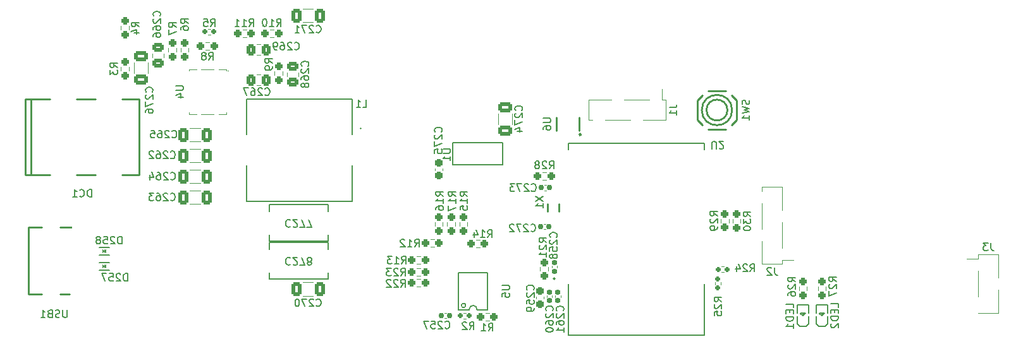
<source format=gbr>
%TF.GenerationSoftware,KiCad,Pcbnew,9.0.2*%
%TF.CreationDate,2025-08-09T15:17:57-05:00*%
%TF.ProjectId,led_matrix,6c65645f-6d61-4747-9269-782e6b696361,rev?*%
%TF.SameCoordinates,Original*%
%TF.FileFunction,Legend,Bot*%
%TF.FilePolarity,Positive*%
%FSLAX46Y46*%
G04 Gerber Fmt 4.6, Leading zero omitted, Abs format (unit mm)*
G04 Created by KiCad (PCBNEW 9.0.2) date 2025-08-09 15:17:57*
%MOMM*%
%LPD*%
G01*
G04 APERTURE LIST*
G04 Aperture macros list*
%AMRoundRect*
0 Rectangle with rounded corners*
0 $1 Rounding radius*
0 $2 $3 $4 $5 $6 $7 $8 $9 X,Y pos of 4 corners*
0 Add a 4 corners polygon primitive as box body*
4,1,4,$2,$3,$4,$5,$6,$7,$8,$9,$2,$3,0*
0 Add four circle primitives for the rounded corners*
1,1,$1+$1,$2,$3*
1,1,$1+$1,$4,$5*
1,1,$1+$1,$6,$7*
1,1,$1+$1,$8,$9*
0 Add four rect primitives between the rounded corners*
20,1,$1+$1,$2,$3,$4,$5,0*
20,1,$1+$1,$4,$5,$6,$7,0*
20,1,$1+$1,$6,$7,$8,$9,0*
20,1,$1+$1,$8,$9,$2,$3,0*%
%AMFreePoly0*
4,1,21,2.800000,1.300000,3.200000,1.300000,3.200000,1.000000,2.800000,1.000000,2.800000,-1.000000,3.200000,-1.000000,3.200000,-1.300000,2.800000,-1.300000,2.800000,-1.700000,-2.800000,-1.700000,-2.800000,-1.300000,-3.200000,-1.300000,-3.200000,-1.000000,-2.800000,-1.000000,-2.800000,1.000000,-3.200000,1.000000,-3.200000,1.300000,-2.800000,1.300000,-2.800000,1.700000,2.800000,1.700000,
2.800000,1.300000,2.800000,1.300000,$1*%
G04 Aperture macros list end*
%ADD10C,0.150000*%
%ADD11C,0.152400*%
%ADD12C,0.130000*%
%ADD13C,0.100000*%
%ADD14C,0.000000*%
%ADD15C,0.101500*%
%ADD16C,0.254000*%
%ADD17C,0.120000*%
%ADD18C,0.152500*%
%ADD19R,0.600000X0.400000*%
%ADD20R,1.000000X0.250000*%
%ADD21FreePoly0,270.000000*%
%ADD22R,1.800000X1.000000*%
%ADD23RoundRect,0.237500X0.250000X0.237500X-0.250000X0.237500X-0.250000X-0.237500X0.250000X-0.237500X0*%
%ADD24RoundRect,0.237500X-0.237500X0.250000X-0.237500X-0.250000X0.237500X-0.250000X0.237500X0.250000X0*%
%ADD25R,0.800000X0.800000*%
%ADD26RoundRect,0.250000X-0.412500X-0.650000X0.412500X-0.650000X0.412500X0.650000X-0.412500X0.650000X0*%
%ADD27R,2.510000X1.000000*%
%ADD28RoundRect,0.237500X0.237500X-0.250000X0.237500X0.250000X-0.237500X0.250000X-0.237500X-0.250000X0*%
%ADD29RoundRect,0.160000X0.197500X0.160000X-0.197500X0.160000X-0.197500X-0.160000X0.197500X-0.160000X0*%
%ADD30R,4.813300X3.454400*%
%ADD31R,4.889500X3.454400*%
%ADD32RoundRect,0.160000X0.160000X-0.197500X0.160000X0.197500X-0.160000X0.197500X-0.160000X-0.197500X0*%
%ADD33RoundRect,0.250000X0.475000X-0.337500X0.475000X0.337500X-0.475000X0.337500X-0.475000X-0.337500X0*%
%ADD34R,1.498600X0.889000*%
%ADD35R,0.812800X0.812800*%
%ADD36R,1.000000X2.510000*%
%ADD37RoundRect,0.155000X0.212500X0.155000X-0.212500X0.155000X-0.212500X-0.155000X0.212500X-0.155000X0*%
%ADD38R,0.800000X1.580000*%
%ADD39RoundRect,0.237500X-0.250000X-0.237500X0.250000X-0.237500X0.250000X0.237500X-0.250000X0.237500X0*%
%ADD40RoundRect,0.237500X-0.237500X0.300000X-0.237500X-0.300000X0.237500X-0.300000X0.237500X0.300000X0*%
%ADD41RoundRect,0.155000X-0.155000X0.212500X-0.155000X-0.212500X0.155000X-0.212500X0.155000X0.212500X0*%
%ADD42RoundRect,0.237500X0.237500X-0.300000X0.237500X0.300000X-0.237500X0.300000X-0.237500X-0.300000X0*%
%ADD43RoundRect,0.250000X0.337500X0.475000X-0.337500X0.475000X-0.337500X-0.475000X0.337500X-0.475000X0*%
%ADD44R,1.500000X0.600000*%
%ADD45R,2.100000X3.300000*%
%ADD46RoundRect,0.250000X0.650000X-0.412500X0.650000X0.412500X-0.650000X0.412500X-0.650000X-0.412500X0*%
%ADD47R,2.800000X2.800000*%
%ADD48RoundRect,0.160000X-0.197500X-0.160000X0.197500X-0.160000X0.197500X0.160000X-0.197500X0.160000X0*%
%ADD49R,1.879600X2.463800*%
%ADD50R,0.600000X1.100000*%
%ADD51R,1.100000X2.500000*%
%ADD52R,3.600000X2.340000*%
%ADD53R,2.000000X2.000000*%
%ADD54R,1.300000X0.600000*%
%ADD55R,1.300000X0.300000*%
G04 APERTURE END LIST*
D10*
X57367275Y-152575419D02*
X57367275Y-151575419D01*
X57367275Y-151575419D02*
X57129180Y-151575419D01*
X57129180Y-151575419D02*
X56986323Y-151623038D01*
X56986323Y-151623038D02*
X56891085Y-151718276D01*
X56891085Y-151718276D02*
X56843466Y-151813514D01*
X56843466Y-151813514D02*
X56795847Y-152003990D01*
X56795847Y-152003990D02*
X56795847Y-152146847D01*
X56795847Y-152146847D02*
X56843466Y-152337323D01*
X56843466Y-152337323D02*
X56891085Y-152432561D01*
X56891085Y-152432561D02*
X56986323Y-152527800D01*
X56986323Y-152527800D02*
X57129180Y-152575419D01*
X57129180Y-152575419D02*
X57367275Y-152575419D01*
X56414894Y-151670657D02*
X56367275Y-151623038D01*
X56367275Y-151623038D02*
X56272037Y-151575419D01*
X56272037Y-151575419D02*
X56033942Y-151575419D01*
X56033942Y-151575419D02*
X55938704Y-151623038D01*
X55938704Y-151623038D02*
X55891085Y-151670657D01*
X55891085Y-151670657D02*
X55843466Y-151765895D01*
X55843466Y-151765895D02*
X55843466Y-151861133D01*
X55843466Y-151861133D02*
X55891085Y-152003990D01*
X55891085Y-152003990D02*
X56462513Y-152575419D01*
X56462513Y-152575419D02*
X55843466Y-152575419D01*
X54938704Y-151575419D02*
X55414894Y-151575419D01*
X55414894Y-151575419D02*
X55462513Y-152051609D01*
X55462513Y-152051609D02*
X55414894Y-152003990D01*
X55414894Y-152003990D02*
X55319656Y-151956371D01*
X55319656Y-151956371D02*
X55081561Y-151956371D01*
X55081561Y-151956371D02*
X54986323Y-152003990D01*
X54986323Y-152003990D02*
X54938704Y-152051609D01*
X54938704Y-152051609D02*
X54891085Y-152146847D01*
X54891085Y-152146847D02*
X54891085Y-152384942D01*
X54891085Y-152384942D02*
X54938704Y-152480180D01*
X54938704Y-152480180D02*
X54986323Y-152527800D01*
X54986323Y-152527800D02*
X55081561Y-152575419D01*
X55081561Y-152575419D02*
X55319656Y-152575419D01*
X55319656Y-152575419D02*
X55414894Y-152527800D01*
X55414894Y-152527800D02*
X55462513Y-152480180D01*
X54557751Y-151575419D02*
X53891085Y-151575419D01*
X53891085Y-151575419D02*
X54319656Y-152575419D01*
X63850319Y-126407595D02*
X64659842Y-126407595D01*
X64659842Y-126407595D02*
X64755080Y-126455214D01*
X64755080Y-126455214D02*
X64802700Y-126502833D01*
X64802700Y-126502833D02*
X64850319Y-126598071D01*
X64850319Y-126598071D02*
X64850319Y-126788547D01*
X64850319Y-126788547D02*
X64802700Y-126883785D01*
X64802700Y-126883785D02*
X64755080Y-126931404D01*
X64755080Y-126931404D02*
X64659842Y-126979023D01*
X64659842Y-126979023D02*
X63850319Y-126979023D01*
X64183652Y-127883785D02*
X64850319Y-127883785D01*
X63802700Y-127645690D02*
X64516985Y-127407595D01*
X64516985Y-127407595D02*
X64516985Y-128026642D01*
X112027619Y-141176476D02*
X113027619Y-141843142D01*
X112027619Y-141843142D02*
X113027619Y-141176476D01*
X113027619Y-142747904D02*
X113027619Y-142176476D01*
X113027619Y-142462190D02*
X112027619Y-142462190D01*
X112027619Y-142462190D02*
X112170476Y-142366952D01*
X112170476Y-142366952D02*
X112265714Y-142271714D01*
X112265714Y-142271714D02*
X112313333Y-142176476D01*
X94064057Y-150264019D02*
X94397390Y-149787828D01*
X94635485Y-150264019D02*
X94635485Y-149264019D01*
X94635485Y-149264019D02*
X94254533Y-149264019D01*
X94254533Y-149264019D02*
X94159295Y-149311638D01*
X94159295Y-149311638D02*
X94111676Y-149359257D01*
X94111676Y-149359257D02*
X94064057Y-149454495D01*
X94064057Y-149454495D02*
X94064057Y-149597352D01*
X94064057Y-149597352D02*
X94111676Y-149692590D01*
X94111676Y-149692590D02*
X94159295Y-149740209D01*
X94159295Y-149740209D02*
X94254533Y-149787828D01*
X94254533Y-149787828D02*
X94635485Y-149787828D01*
X93111676Y-150264019D02*
X93683104Y-150264019D01*
X93397390Y-150264019D02*
X93397390Y-149264019D01*
X93397390Y-149264019D02*
X93492628Y-149406876D01*
X93492628Y-149406876D02*
X93587866Y-149502114D01*
X93587866Y-149502114D02*
X93683104Y-149549733D01*
X92778342Y-149264019D02*
X92159295Y-149264019D01*
X92159295Y-149264019D02*
X92492628Y-149644971D01*
X92492628Y-149644971D02*
X92349771Y-149644971D01*
X92349771Y-149644971D02*
X92254533Y-149692590D01*
X92254533Y-149692590D02*
X92206914Y-149740209D01*
X92206914Y-149740209D02*
X92159295Y-149835447D01*
X92159295Y-149835447D02*
X92159295Y-150073542D01*
X92159295Y-150073542D02*
X92206914Y-150168780D01*
X92206914Y-150168780D02*
X92254533Y-150216400D01*
X92254533Y-150216400D02*
X92349771Y-150264019D01*
X92349771Y-150264019D02*
X92635485Y-150264019D01*
X92635485Y-150264019D02*
X92730723Y-150216400D01*
X92730723Y-150216400D02*
X92778342Y-150168780D01*
X136388019Y-143832342D02*
X135911828Y-143499009D01*
X136388019Y-143260914D02*
X135388019Y-143260914D01*
X135388019Y-143260914D02*
X135388019Y-143641866D01*
X135388019Y-143641866D02*
X135435638Y-143737104D01*
X135435638Y-143737104D02*
X135483257Y-143784723D01*
X135483257Y-143784723D02*
X135578495Y-143832342D01*
X135578495Y-143832342D02*
X135721352Y-143832342D01*
X135721352Y-143832342D02*
X135816590Y-143784723D01*
X135816590Y-143784723D02*
X135864209Y-143737104D01*
X135864209Y-143737104D02*
X135911828Y-143641866D01*
X135911828Y-143641866D02*
X135911828Y-143260914D01*
X135483257Y-144213295D02*
X135435638Y-144260914D01*
X135435638Y-144260914D02*
X135388019Y-144356152D01*
X135388019Y-144356152D02*
X135388019Y-144594247D01*
X135388019Y-144594247D02*
X135435638Y-144689485D01*
X135435638Y-144689485D02*
X135483257Y-144737104D01*
X135483257Y-144737104D02*
X135578495Y-144784723D01*
X135578495Y-144784723D02*
X135673733Y-144784723D01*
X135673733Y-144784723D02*
X135816590Y-144737104D01*
X135816590Y-144737104D02*
X136388019Y-144165676D01*
X136388019Y-144165676D02*
X136388019Y-144784723D01*
X136388019Y-145260914D02*
X136388019Y-145451390D01*
X136388019Y-145451390D02*
X136340400Y-145546628D01*
X136340400Y-145546628D02*
X136292780Y-145594247D01*
X136292780Y-145594247D02*
X136149923Y-145689485D01*
X136149923Y-145689485D02*
X135959447Y-145737104D01*
X135959447Y-145737104D02*
X135578495Y-145737104D01*
X135578495Y-145737104D02*
X135483257Y-145689485D01*
X135483257Y-145689485D02*
X135435638Y-145641866D01*
X135435638Y-145641866D02*
X135388019Y-145546628D01*
X135388019Y-145546628D02*
X135388019Y-145356152D01*
X135388019Y-145356152D02*
X135435638Y-145260914D01*
X135435638Y-145260914D02*
X135483257Y-145213295D01*
X135483257Y-145213295D02*
X135578495Y-145165676D01*
X135578495Y-145165676D02*
X135816590Y-145165676D01*
X135816590Y-145165676D02*
X135911828Y-145213295D01*
X135911828Y-145213295D02*
X135959447Y-145260914D01*
X135959447Y-145260914D02*
X136007066Y-145356152D01*
X136007066Y-145356152D02*
X136007066Y-145546628D01*
X136007066Y-145546628D02*
X135959447Y-145641866D01*
X135959447Y-145641866D02*
X135911828Y-145689485D01*
X135911828Y-145689485D02*
X135816590Y-145737104D01*
X146550569Y-156146302D02*
X146550569Y-155670112D01*
X146550569Y-155670112D02*
X145550569Y-155670112D01*
X146026759Y-156479636D02*
X146026759Y-156812969D01*
X146550569Y-156955826D02*
X146550569Y-156479636D01*
X146550569Y-156479636D02*
X145550569Y-156479636D01*
X145550569Y-156479636D02*
X145550569Y-156955826D01*
X146550569Y-157384398D02*
X145550569Y-157384398D01*
X145550569Y-157384398D02*
X145550569Y-157622493D01*
X145550569Y-157622493D02*
X145598188Y-157765350D01*
X145598188Y-157765350D02*
X145693426Y-157860588D01*
X145693426Y-157860588D02*
X145788664Y-157908207D01*
X145788664Y-157908207D02*
X145979140Y-157955826D01*
X145979140Y-157955826D02*
X146121997Y-157955826D01*
X146121997Y-157955826D02*
X146312473Y-157908207D01*
X146312473Y-157908207D02*
X146407711Y-157860588D01*
X146407711Y-157860588D02*
X146502950Y-157765350D01*
X146502950Y-157765350D02*
X146550569Y-157622493D01*
X146550569Y-157622493D02*
X146550569Y-157384398D01*
X146550569Y-158908207D02*
X146550569Y-158336779D01*
X146550569Y-158622493D02*
X145550569Y-158622493D01*
X145550569Y-158622493D02*
X145693426Y-158527255D01*
X145693426Y-158527255D02*
X145788664Y-158432017D01*
X145788664Y-158432017D02*
X145836283Y-158336779D01*
X63120447Y-141685180D02*
X63168066Y-141732800D01*
X63168066Y-141732800D02*
X63310923Y-141780419D01*
X63310923Y-141780419D02*
X63406161Y-141780419D01*
X63406161Y-141780419D02*
X63549018Y-141732800D01*
X63549018Y-141732800D02*
X63644256Y-141637561D01*
X63644256Y-141637561D02*
X63691875Y-141542323D01*
X63691875Y-141542323D02*
X63739494Y-141351847D01*
X63739494Y-141351847D02*
X63739494Y-141208990D01*
X63739494Y-141208990D02*
X63691875Y-141018514D01*
X63691875Y-141018514D02*
X63644256Y-140923276D01*
X63644256Y-140923276D02*
X63549018Y-140828038D01*
X63549018Y-140828038D02*
X63406161Y-140780419D01*
X63406161Y-140780419D02*
X63310923Y-140780419D01*
X63310923Y-140780419D02*
X63168066Y-140828038D01*
X63168066Y-140828038D02*
X63120447Y-140875657D01*
X62739494Y-140875657D02*
X62691875Y-140828038D01*
X62691875Y-140828038D02*
X62596637Y-140780419D01*
X62596637Y-140780419D02*
X62358542Y-140780419D01*
X62358542Y-140780419D02*
X62263304Y-140828038D01*
X62263304Y-140828038D02*
X62215685Y-140875657D01*
X62215685Y-140875657D02*
X62168066Y-140970895D01*
X62168066Y-140970895D02*
X62168066Y-141066133D01*
X62168066Y-141066133D02*
X62215685Y-141208990D01*
X62215685Y-141208990D02*
X62787113Y-141780419D01*
X62787113Y-141780419D02*
X62168066Y-141780419D01*
X61310923Y-140780419D02*
X61501399Y-140780419D01*
X61501399Y-140780419D02*
X61596637Y-140828038D01*
X61596637Y-140828038D02*
X61644256Y-140875657D01*
X61644256Y-140875657D02*
X61739494Y-141018514D01*
X61739494Y-141018514D02*
X61787113Y-141208990D01*
X61787113Y-141208990D02*
X61787113Y-141589942D01*
X61787113Y-141589942D02*
X61739494Y-141685180D01*
X61739494Y-141685180D02*
X61691875Y-141732800D01*
X61691875Y-141732800D02*
X61596637Y-141780419D01*
X61596637Y-141780419D02*
X61406161Y-141780419D01*
X61406161Y-141780419D02*
X61310923Y-141732800D01*
X61310923Y-141732800D02*
X61263304Y-141685180D01*
X61263304Y-141685180D02*
X61215685Y-141589942D01*
X61215685Y-141589942D02*
X61215685Y-141351847D01*
X61215685Y-141351847D02*
X61263304Y-141256609D01*
X61263304Y-141256609D02*
X61310923Y-141208990D01*
X61310923Y-141208990D02*
X61406161Y-141161371D01*
X61406161Y-141161371D02*
X61596637Y-141161371D01*
X61596637Y-141161371D02*
X61691875Y-141208990D01*
X61691875Y-141208990D02*
X61739494Y-141256609D01*
X61739494Y-141256609D02*
X61787113Y-141351847D01*
X60882351Y-140780419D02*
X60263304Y-140780419D01*
X60263304Y-140780419D02*
X60596637Y-141161371D01*
X60596637Y-141161371D02*
X60453780Y-141161371D01*
X60453780Y-141161371D02*
X60358542Y-141208990D01*
X60358542Y-141208990D02*
X60310923Y-141256609D01*
X60310923Y-141256609D02*
X60263304Y-141351847D01*
X60263304Y-141351847D02*
X60263304Y-141589942D01*
X60263304Y-141589942D02*
X60310923Y-141685180D01*
X60310923Y-141685180D02*
X60358542Y-141732800D01*
X60358542Y-141732800D02*
X60453780Y-141780419D01*
X60453780Y-141780419D02*
X60739494Y-141780419D01*
X60739494Y-141780419D02*
X60834732Y-141732800D01*
X60834732Y-141732800D02*
X60882351Y-141685180D01*
X77350857Y-118404819D02*
X77684190Y-117928628D01*
X77922285Y-118404819D02*
X77922285Y-117404819D01*
X77922285Y-117404819D02*
X77541333Y-117404819D01*
X77541333Y-117404819D02*
X77446095Y-117452438D01*
X77446095Y-117452438D02*
X77398476Y-117500057D01*
X77398476Y-117500057D02*
X77350857Y-117595295D01*
X77350857Y-117595295D02*
X77350857Y-117738152D01*
X77350857Y-117738152D02*
X77398476Y-117833390D01*
X77398476Y-117833390D02*
X77446095Y-117881009D01*
X77446095Y-117881009D02*
X77541333Y-117928628D01*
X77541333Y-117928628D02*
X77922285Y-117928628D01*
X76398476Y-118404819D02*
X76969904Y-118404819D01*
X76684190Y-118404819D02*
X76684190Y-117404819D01*
X76684190Y-117404819D02*
X76779428Y-117547676D01*
X76779428Y-117547676D02*
X76874666Y-117642914D01*
X76874666Y-117642914D02*
X76969904Y-117690533D01*
X75779428Y-117404819D02*
X75684190Y-117404819D01*
X75684190Y-117404819D02*
X75588952Y-117452438D01*
X75588952Y-117452438D02*
X75541333Y-117500057D01*
X75541333Y-117500057D02*
X75493714Y-117595295D01*
X75493714Y-117595295D02*
X75446095Y-117785771D01*
X75446095Y-117785771D02*
X75446095Y-118023866D01*
X75446095Y-118023866D02*
X75493714Y-118214342D01*
X75493714Y-118214342D02*
X75541333Y-118309580D01*
X75541333Y-118309580D02*
X75588952Y-118357200D01*
X75588952Y-118357200D02*
X75684190Y-118404819D01*
X75684190Y-118404819D02*
X75779428Y-118404819D01*
X75779428Y-118404819D02*
X75874666Y-118357200D01*
X75874666Y-118357200D02*
X75922285Y-118309580D01*
X75922285Y-118309580D02*
X75969904Y-118214342D01*
X75969904Y-118214342D02*
X76017523Y-118023866D01*
X76017523Y-118023866D02*
X76017523Y-117785771D01*
X76017523Y-117785771D02*
X75969904Y-117595295D01*
X75969904Y-117595295D02*
X75922285Y-117500057D01*
X75922285Y-117500057D02*
X75874666Y-117452438D01*
X75874666Y-117452438D02*
X75779428Y-117404819D01*
X144017133Y-150755019D02*
X144017133Y-151469304D01*
X144017133Y-151469304D02*
X144064752Y-151612161D01*
X144064752Y-151612161D02*
X144159990Y-151707400D01*
X144159990Y-151707400D02*
X144302847Y-151755019D01*
X144302847Y-151755019D02*
X144398085Y-151755019D01*
X143588561Y-150850257D02*
X143540942Y-150802638D01*
X143540942Y-150802638D02*
X143445704Y-150755019D01*
X143445704Y-150755019D02*
X143207609Y-150755019D01*
X143207609Y-150755019D02*
X143112371Y-150802638D01*
X143112371Y-150802638D02*
X143064752Y-150850257D01*
X143064752Y-150850257D02*
X143017133Y-150945495D01*
X143017133Y-150945495D02*
X143017133Y-151040733D01*
X143017133Y-151040733D02*
X143064752Y-151183590D01*
X143064752Y-151183590D02*
X143636180Y-151755019D01*
X143636180Y-151755019D02*
X143017133Y-151755019D01*
X99667219Y-141165342D02*
X99191028Y-140832009D01*
X99667219Y-140593914D02*
X98667219Y-140593914D01*
X98667219Y-140593914D02*
X98667219Y-140974866D01*
X98667219Y-140974866D02*
X98714838Y-141070104D01*
X98714838Y-141070104D02*
X98762457Y-141117723D01*
X98762457Y-141117723D02*
X98857695Y-141165342D01*
X98857695Y-141165342D02*
X99000552Y-141165342D01*
X99000552Y-141165342D02*
X99095790Y-141117723D01*
X99095790Y-141117723D02*
X99143409Y-141070104D01*
X99143409Y-141070104D02*
X99191028Y-140974866D01*
X99191028Y-140974866D02*
X99191028Y-140593914D01*
X99667219Y-142117723D02*
X99667219Y-141546295D01*
X99667219Y-141832009D02*
X98667219Y-141832009D01*
X98667219Y-141832009D02*
X98810076Y-141736771D01*
X98810076Y-141736771D02*
X98905314Y-141641533D01*
X98905314Y-141641533D02*
X98952933Y-141546295D01*
X98667219Y-142974866D02*
X98667219Y-142784390D01*
X98667219Y-142784390D02*
X98714838Y-142689152D01*
X98714838Y-142689152D02*
X98762457Y-142641533D01*
X98762457Y-142641533D02*
X98905314Y-142546295D01*
X98905314Y-142546295D02*
X99095790Y-142498676D01*
X99095790Y-142498676D02*
X99476742Y-142498676D01*
X99476742Y-142498676D02*
X99571980Y-142546295D01*
X99571980Y-142546295D02*
X99619600Y-142593914D01*
X99619600Y-142593914D02*
X99667219Y-142689152D01*
X99667219Y-142689152D02*
X99667219Y-142879628D01*
X99667219Y-142879628D02*
X99619600Y-142974866D01*
X99619600Y-142974866D02*
X99571980Y-143022485D01*
X99571980Y-143022485D02*
X99476742Y-143070104D01*
X99476742Y-143070104D02*
X99238647Y-143070104D01*
X99238647Y-143070104D02*
X99143409Y-143022485D01*
X99143409Y-143022485D02*
X99095790Y-142974866D01*
X99095790Y-142974866D02*
X99048171Y-142879628D01*
X99048171Y-142879628D02*
X99048171Y-142689152D01*
X99048171Y-142689152D02*
X99095790Y-142593914D01*
X99095790Y-142593914D02*
X99143409Y-142546295D01*
X99143409Y-142546295D02*
X99238647Y-142498676D01*
X102893019Y-141165342D02*
X102416828Y-140832009D01*
X102893019Y-140593914D02*
X101893019Y-140593914D01*
X101893019Y-140593914D02*
X101893019Y-140974866D01*
X101893019Y-140974866D02*
X101940638Y-141070104D01*
X101940638Y-141070104D02*
X101988257Y-141117723D01*
X101988257Y-141117723D02*
X102083495Y-141165342D01*
X102083495Y-141165342D02*
X102226352Y-141165342D01*
X102226352Y-141165342D02*
X102321590Y-141117723D01*
X102321590Y-141117723D02*
X102369209Y-141070104D01*
X102369209Y-141070104D02*
X102416828Y-140974866D01*
X102416828Y-140974866D02*
X102416828Y-140593914D01*
X102893019Y-142117723D02*
X102893019Y-141546295D01*
X102893019Y-141832009D02*
X101893019Y-141832009D01*
X101893019Y-141832009D02*
X102035876Y-141736771D01*
X102035876Y-141736771D02*
X102131114Y-141641533D01*
X102131114Y-141641533D02*
X102178733Y-141546295D01*
X101893019Y-143022485D02*
X101893019Y-142546295D01*
X101893019Y-142546295D02*
X102369209Y-142498676D01*
X102369209Y-142498676D02*
X102321590Y-142546295D01*
X102321590Y-142546295D02*
X102273971Y-142641533D01*
X102273971Y-142641533D02*
X102273971Y-142879628D01*
X102273971Y-142879628D02*
X102321590Y-142974866D01*
X102321590Y-142974866D02*
X102369209Y-143022485D01*
X102369209Y-143022485D02*
X102464447Y-143070104D01*
X102464447Y-143070104D02*
X102702542Y-143070104D01*
X102702542Y-143070104D02*
X102797780Y-143022485D01*
X102797780Y-143022485D02*
X102845400Y-142974866D01*
X102845400Y-142974866D02*
X102893019Y-142879628D01*
X102893019Y-142879628D02*
X102893019Y-142641533D01*
X102893019Y-142641533D02*
X102845400Y-142546295D01*
X102845400Y-142546295D02*
X102797780Y-142498676D01*
X103163666Y-159052419D02*
X103496999Y-158576228D01*
X103735094Y-159052419D02*
X103735094Y-158052419D01*
X103735094Y-158052419D02*
X103354142Y-158052419D01*
X103354142Y-158052419D02*
X103258904Y-158100038D01*
X103258904Y-158100038D02*
X103211285Y-158147657D01*
X103211285Y-158147657D02*
X103163666Y-158242895D01*
X103163666Y-158242895D02*
X103163666Y-158385752D01*
X103163666Y-158385752D02*
X103211285Y-158480990D01*
X103211285Y-158480990D02*
X103258904Y-158528609D01*
X103258904Y-158528609D02*
X103354142Y-158576228D01*
X103354142Y-158576228D02*
X103735094Y-158576228D01*
X102782713Y-158147657D02*
X102735094Y-158100038D01*
X102735094Y-158100038D02*
X102639856Y-158052419D01*
X102639856Y-158052419D02*
X102401761Y-158052419D01*
X102401761Y-158052419D02*
X102306523Y-158100038D01*
X102306523Y-158100038D02*
X102258904Y-158147657D01*
X102258904Y-158147657D02*
X102211285Y-158242895D01*
X102211285Y-158242895D02*
X102211285Y-158338133D01*
X102211285Y-158338133D02*
X102258904Y-158480990D01*
X102258904Y-158480990D02*
X102830332Y-159052419D01*
X102830332Y-159052419D02*
X102211285Y-159052419D01*
X88863466Y-129258219D02*
X89339656Y-129258219D01*
X89339656Y-129258219D02*
X89339656Y-128258219D01*
X88006323Y-129258219D02*
X88577751Y-129258219D01*
X88292037Y-129258219D02*
X88292037Y-128258219D01*
X88292037Y-128258219D02*
X88387275Y-128401076D01*
X88387275Y-128401076D02*
X88482513Y-128496314D01*
X88482513Y-128496314D02*
X88577751Y-128543933D01*
X136929019Y-155313142D02*
X136452828Y-154979809D01*
X136929019Y-154741714D02*
X135929019Y-154741714D01*
X135929019Y-154741714D02*
X135929019Y-155122666D01*
X135929019Y-155122666D02*
X135976638Y-155217904D01*
X135976638Y-155217904D02*
X136024257Y-155265523D01*
X136024257Y-155265523D02*
X136119495Y-155313142D01*
X136119495Y-155313142D02*
X136262352Y-155313142D01*
X136262352Y-155313142D02*
X136357590Y-155265523D01*
X136357590Y-155265523D02*
X136405209Y-155217904D01*
X136405209Y-155217904D02*
X136452828Y-155122666D01*
X136452828Y-155122666D02*
X136452828Y-154741714D01*
X136024257Y-155694095D02*
X135976638Y-155741714D01*
X135976638Y-155741714D02*
X135929019Y-155836952D01*
X135929019Y-155836952D02*
X135929019Y-156075047D01*
X135929019Y-156075047D02*
X135976638Y-156170285D01*
X135976638Y-156170285D02*
X136024257Y-156217904D01*
X136024257Y-156217904D02*
X136119495Y-156265523D01*
X136119495Y-156265523D02*
X136214733Y-156265523D01*
X136214733Y-156265523D02*
X136357590Y-156217904D01*
X136357590Y-156217904D02*
X136929019Y-155646476D01*
X136929019Y-155646476D02*
X136929019Y-156265523D01*
X135929019Y-157170285D02*
X135929019Y-156694095D01*
X135929019Y-156694095D02*
X136405209Y-156646476D01*
X136405209Y-156646476D02*
X136357590Y-156694095D01*
X136357590Y-156694095D02*
X136309971Y-156789333D01*
X136309971Y-156789333D02*
X136309971Y-157027428D01*
X136309971Y-157027428D02*
X136357590Y-157122666D01*
X136357590Y-157122666D02*
X136405209Y-157170285D01*
X136405209Y-157170285D02*
X136500447Y-157217904D01*
X136500447Y-157217904D02*
X136738542Y-157217904D01*
X136738542Y-157217904D02*
X136833780Y-157170285D01*
X136833780Y-157170285D02*
X136881400Y-157122666D01*
X136881400Y-157122666D02*
X136929019Y-157027428D01*
X136929019Y-157027428D02*
X136929019Y-156789333D01*
X136929019Y-156789333D02*
X136881400Y-156694095D01*
X136881400Y-156694095D02*
X136833780Y-156646476D01*
X63323647Y-133277780D02*
X63371266Y-133325400D01*
X63371266Y-133325400D02*
X63514123Y-133373019D01*
X63514123Y-133373019D02*
X63609361Y-133373019D01*
X63609361Y-133373019D02*
X63752218Y-133325400D01*
X63752218Y-133325400D02*
X63847456Y-133230161D01*
X63847456Y-133230161D02*
X63895075Y-133134923D01*
X63895075Y-133134923D02*
X63942694Y-132944447D01*
X63942694Y-132944447D02*
X63942694Y-132801590D01*
X63942694Y-132801590D02*
X63895075Y-132611114D01*
X63895075Y-132611114D02*
X63847456Y-132515876D01*
X63847456Y-132515876D02*
X63752218Y-132420638D01*
X63752218Y-132420638D02*
X63609361Y-132373019D01*
X63609361Y-132373019D02*
X63514123Y-132373019D01*
X63514123Y-132373019D02*
X63371266Y-132420638D01*
X63371266Y-132420638D02*
X63323647Y-132468257D01*
X62942694Y-132468257D02*
X62895075Y-132420638D01*
X62895075Y-132420638D02*
X62799837Y-132373019D01*
X62799837Y-132373019D02*
X62561742Y-132373019D01*
X62561742Y-132373019D02*
X62466504Y-132420638D01*
X62466504Y-132420638D02*
X62418885Y-132468257D01*
X62418885Y-132468257D02*
X62371266Y-132563495D01*
X62371266Y-132563495D02*
X62371266Y-132658733D01*
X62371266Y-132658733D02*
X62418885Y-132801590D01*
X62418885Y-132801590D02*
X62990313Y-133373019D01*
X62990313Y-133373019D02*
X62371266Y-133373019D01*
X61514123Y-132373019D02*
X61704599Y-132373019D01*
X61704599Y-132373019D02*
X61799837Y-132420638D01*
X61799837Y-132420638D02*
X61847456Y-132468257D01*
X61847456Y-132468257D02*
X61942694Y-132611114D01*
X61942694Y-132611114D02*
X61990313Y-132801590D01*
X61990313Y-132801590D02*
X61990313Y-133182542D01*
X61990313Y-133182542D02*
X61942694Y-133277780D01*
X61942694Y-133277780D02*
X61895075Y-133325400D01*
X61895075Y-133325400D02*
X61799837Y-133373019D01*
X61799837Y-133373019D02*
X61609361Y-133373019D01*
X61609361Y-133373019D02*
X61514123Y-133325400D01*
X61514123Y-133325400D02*
X61466504Y-133277780D01*
X61466504Y-133277780D02*
X61418885Y-133182542D01*
X61418885Y-133182542D02*
X61418885Y-132944447D01*
X61418885Y-132944447D02*
X61466504Y-132849209D01*
X61466504Y-132849209D02*
X61514123Y-132801590D01*
X61514123Y-132801590D02*
X61609361Y-132753971D01*
X61609361Y-132753971D02*
X61799837Y-132753971D01*
X61799837Y-132753971D02*
X61895075Y-132801590D01*
X61895075Y-132801590D02*
X61942694Y-132849209D01*
X61942694Y-132849209D02*
X61990313Y-132944447D01*
X60514123Y-132373019D02*
X60990313Y-132373019D01*
X60990313Y-132373019D02*
X61037932Y-132849209D01*
X61037932Y-132849209D02*
X60990313Y-132801590D01*
X60990313Y-132801590D02*
X60895075Y-132753971D01*
X60895075Y-132753971D02*
X60656980Y-132753971D01*
X60656980Y-132753971D02*
X60561742Y-132801590D01*
X60561742Y-132801590D02*
X60514123Y-132849209D01*
X60514123Y-132849209D02*
X60466504Y-132944447D01*
X60466504Y-132944447D02*
X60466504Y-133182542D01*
X60466504Y-133182542D02*
X60514123Y-133277780D01*
X60514123Y-133277780D02*
X60561742Y-133325400D01*
X60561742Y-133325400D02*
X60656980Y-133373019D01*
X60656980Y-133373019D02*
X60895075Y-133373019D01*
X60895075Y-133373019D02*
X60990313Y-133325400D01*
X60990313Y-133325400D02*
X61037932Y-133277780D01*
X61700580Y-117016352D02*
X61748200Y-116968733D01*
X61748200Y-116968733D02*
X61795819Y-116825876D01*
X61795819Y-116825876D02*
X61795819Y-116730638D01*
X61795819Y-116730638D02*
X61748200Y-116587781D01*
X61748200Y-116587781D02*
X61652961Y-116492543D01*
X61652961Y-116492543D02*
X61557723Y-116444924D01*
X61557723Y-116444924D02*
X61367247Y-116397305D01*
X61367247Y-116397305D02*
X61224390Y-116397305D01*
X61224390Y-116397305D02*
X61033914Y-116444924D01*
X61033914Y-116444924D02*
X60938676Y-116492543D01*
X60938676Y-116492543D02*
X60843438Y-116587781D01*
X60843438Y-116587781D02*
X60795819Y-116730638D01*
X60795819Y-116730638D02*
X60795819Y-116825876D01*
X60795819Y-116825876D02*
X60843438Y-116968733D01*
X60843438Y-116968733D02*
X60891057Y-117016352D01*
X60891057Y-117397305D02*
X60843438Y-117444924D01*
X60843438Y-117444924D02*
X60795819Y-117540162D01*
X60795819Y-117540162D02*
X60795819Y-117778257D01*
X60795819Y-117778257D02*
X60843438Y-117873495D01*
X60843438Y-117873495D02*
X60891057Y-117921114D01*
X60891057Y-117921114D02*
X60986295Y-117968733D01*
X60986295Y-117968733D02*
X61081533Y-117968733D01*
X61081533Y-117968733D02*
X61224390Y-117921114D01*
X61224390Y-117921114D02*
X61795819Y-117349686D01*
X61795819Y-117349686D02*
X61795819Y-117968733D01*
X60795819Y-118825876D02*
X60795819Y-118635400D01*
X60795819Y-118635400D02*
X60843438Y-118540162D01*
X60843438Y-118540162D02*
X60891057Y-118492543D01*
X60891057Y-118492543D02*
X61033914Y-118397305D01*
X61033914Y-118397305D02*
X61224390Y-118349686D01*
X61224390Y-118349686D02*
X61605342Y-118349686D01*
X61605342Y-118349686D02*
X61700580Y-118397305D01*
X61700580Y-118397305D02*
X61748200Y-118444924D01*
X61748200Y-118444924D02*
X61795819Y-118540162D01*
X61795819Y-118540162D02*
X61795819Y-118730638D01*
X61795819Y-118730638D02*
X61748200Y-118825876D01*
X61748200Y-118825876D02*
X61700580Y-118873495D01*
X61700580Y-118873495D02*
X61605342Y-118921114D01*
X61605342Y-118921114D02*
X61367247Y-118921114D01*
X61367247Y-118921114D02*
X61272009Y-118873495D01*
X61272009Y-118873495D02*
X61224390Y-118825876D01*
X61224390Y-118825876D02*
X61176771Y-118730638D01*
X61176771Y-118730638D02*
X61176771Y-118540162D01*
X61176771Y-118540162D02*
X61224390Y-118444924D01*
X61224390Y-118444924D02*
X61272009Y-118397305D01*
X61272009Y-118397305D02*
X61367247Y-118349686D01*
X60795819Y-119778257D02*
X60795819Y-119587781D01*
X60795819Y-119587781D02*
X60843438Y-119492543D01*
X60843438Y-119492543D02*
X60891057Y-119444924D01*
X60891057Y-119444924D02*
X61033914Y-119349686D01*
X61033914Y-119349686D02*
X61224390Y-119302067D01*
X61224390Y-119302067D02*
X61605342Y-119302067D01*
X61605342Y-119302067D02*
X61700580Y-119349686D01*
X61700580Y-119349686D02*
X61748200Y-119397305D01*
X61748200Y-119397305D02*
X61795819Y-119492543D01*
X61795819Y-119492543D02*
X61795819Y-119683019D01*
X61795819Y-119683019D02*
X61748200Y-119778257D01*
X61748200Y-119778257D02*
X61700580Y-119825876D01*
X61700580Y-119825876D02*
X61605342Y-119873495D01*
X61605342Y-119873495D02*
X61367247Y-119873495D01*
X61367247Y-119873495D02*
X61272009Y-119825876D01*
X61272009Y-119825876D02*
X61224390Y-119778257D01*
X61224390Y-119778257D02*
X61176771Y-119683019D01*
X61176771Y-119683019D02*
X61176771Y-119492543D01*
X61176771Y-119492543D02*
X61224390Y-119397305D01*
X61224390Y-119397305D02*
X61272009Y-119349686D01*
X61272009Y-119349686D02*
X61367247Y-119302067D01*
X63120447Y-136046380D02*
X63168066Y-136094000D01*
X63168066Y-136094000D02*
X63310923Y-136141619D01*
X63310923Y-136141619D02*
X63406161Y-136141619D01*
X63406161Y-136141619D02*
X63549018Y-136094000D01*
X63549018Y-136094000D02*
X63644256Y-135998761D01*
X63644256Y-135998761D02*
X63691875Y-135903523D01*
X63691875Y-135903523D02*
X63739494Y-135713047D01*
X63739494Y-135713047D02*
X63739494Y-135570190D01*
X63739494Y-135570190D02*
X63691875Y-135379714D01*
X63691875Y-135379714D02*
X63644256Y-135284476D01*
X63644256Y-135284476D02*
X63549018Y-135189238D01*
X63549018Y-135189238D02*
X63406161Y-135141619D01*
X63406161Y-135141619D02*
X63310923Y-135141619D01*
X63310923Y-135141619D02*
X63168066Y-135189238D01*
X63168066Y-135189238D02*
X63120447Y-135236857D01*
X62739494Y-135236857D02*
X62691875Y-135189238D01*
X62691875Y-135189238D02*
X62596637Y-135141619D01*
X62596637Y-135141619D02*
X62358542Y-135141619D01*
X62358542Y-135141619D02*
X62263304Y-135189238D01*
X62263304Y-135189238D02*
X62215685Y-135236857D01*
X62215685Y-135236857D02*
X62168066Y-135332095D01*
X62168066Y-135332095D02*
X62168066Y-135427333D01*
X62168066Y-135427333D02*
X62215685Y-135570190D01*
X62215685Y-135570190D02*
X62787113Y-136141619D01*
X62787113Y-136141619D02*
X62168066Y-136141619D01*
X61310923Y-135141619D02*
X61501399Y-135141619D01*
X61501399Y-135141619D02*
X61596637Y-135189238D01*
X61596637Y-135189238D02*
X61644256Y-135236857D01*
X61644256Y-135236857D02*
X61739494Y-135379714D01*
X61739494Y-135379714D02*
X61787113Y-135570190D01*
X61787113Y-135570190D02*
X61787113Y-135951142D01*
X61787113Y-135951142D02*
X61739494Y-136046380D01*
X61739494Y-136046380D02*
X61691875Y-136094000D01*
X61691875Y-136094000D02*
X61596637Y-136141619D01*
X61596637Y-136141619D02*
X61406161Y-136141619D01*
X61406161Y-136141619D02*
X61310923Y-136094000D01*
X61310923Y-136094000D02*
X61263304Y-136046380D01*
X61263304Y-136046380D02*
X61215685Y-135951142D01*
X61215685Y-135951142D02*
X61215685Y-135713047D01*
X61215685Y-135713047D02*
X61263304Y-135617809D01*
X61263304Y-135617809D02*
X61310923Y-135570190D01*
X61310923Y-135570190D02*
X61406161Y-135522571D01*
X61406161Y-135522571D02*
X61596637Y-135522571D01*
X61596637Y-135522571D02*
X61691875Y-135570190D01*
X61691875Y-135570190D02*
X61739494Y-135617809D01*
X61739494Y-135617809D02*
X61787113Y-135713047D01*
X60834732Y-135236857D02*
X60787113Y-135189238D01*
X60787113Y-135189238D02*
X60691875Y-135141619D01*
X60691875Y-135141619D02*
X60453780Y-135141619D01*
X60453780Y-135141619D02*
X60358542Y-135189238D01*
X60358542Y-135189238D02*
X60310923Y-135236857D01*
X60310923Y-135236857D02*
X60263304Y-135332095D01*
X60263304Y-135332095D02*
X60263304Y-135427333D01*
X60263304Y-135427333D02*
X60310923Y-135570190D01*
X60310923Y-135570190D02*
X60882351Y-136141619D01*
X60882351Y-136141619D02*
X60263304Y-136141619D01*
X135610695Y-134834980D02*
X135610695Y-134025457D01*
X135610695Y-134025457D02*
X135658314Y-133930219D01*
X135658314Y-133930219D02*
X135705933Y-133882600D01*
X135705933Y-133882600D02*
X135801171Y-133834980D01*
X135801171Y-133834980D02*
X135991647Y-133834980D01*
X135991647Y-133834980D02*
X136086885Y-133882600D01*
X136086885Y-133882600D02*
X136134504Y-133930219D01*
X136134504Y-133930219D02*
X136182123Y-134025457D01*
X136182123Y-134025457D02*
X136182123Y-134834980D01*
X136610695Y-134739742D02*
X136658314Y-134787361D01*
X136658314Y-134787361D02*
X136753552Y-134834980D01*
X136753552Y-134834980D02*
X136991647Y-134834980D01*
X136991647Y-134834980D02*
X137086885Y-134787361D01*
X137086885Y-134787361D02*
X137134504Y-134739742D01*
X137134504Y-134739742D02*
X137182123Y-134644504D01*
X137182123Y-134644504D02*
X137182123Y-134549266D01*
X137182123Y-134549266D02*
X137134504Y-134406409D01*
X137134504Y-134406409D02*
X136563076Y-133834980D01*
X136563076Y-133834980D02*
X137182123Y-133834980D01*
X129927019Y-129286866D02*
X130641304Y-129286866D01*
X130641304Y-129286866D02*
X130784161Y-129239247D01*
X130784161Y-129239247D02*
X130879400Y-129144009D01*
X130879400Y-129144009D02*
X130927019Y-129001152D01*
X130927019Y-129001152D02*
X130927019Y-128905914D01*
X130927019Y-130286866D02*
X130927019Y-129715438D01*
X130927019Y-130001152D02*
X129927019Y-130001152D01*
X129927019Y-130001152D02*
X130069876Y-129905914D01*
X130069876Y-129905914D02*
X130165114Y-129810676D01*
X130165114Y-129810676D02*
X130212733Y-129715438D01*
X99899647Y-158855580D02*
X99947266Y-158903200D01*
X99947266Y-158903200D02*
X100090123Y-158950819D01*
X100090123Y-158950819D02*
X100185361Y-158950819D01*
X100185361Y-158950819D02*
X100328218Y-158903200D01*
X100328218Y-158903200D02*
X100423456Y-158807961D01*
X100423456Y-158807961D02*
X100471075Y-158712723D01*
X100471075Y-158712723D02*
X100518694Y-158522247D01*
X100518694Y-158522247D02*
X100518694Y-158379390D01*
X100518694Y-158379390D02*
X100471075Y-158188914D01*
X100471075Y-158188914D02*
X100423456Y-158093676D01*
X100423456Y-158093676D02*
X100328218Y-157998438D01*
X100328218Y-157998438D02*
X100185361Y-157950819D01*
X100185361Y-157950819D02*
X100090123Y-157950819D01*
X100090123Y-157950819D02*
X99947266Y-157998438D01*
X99947266Y-157998438D02*
X99899647Y-158046057D01*
X99518694Y-158046057D02*
X99471075Y-157998438D01*
X99471075Y-157998438D02*
X99375837Y-157950819D01*
X99375837Y-157950819D02*
X99137742Y-157950819D01*
X99137742Y-157950819D02*
X99042504Y-157998438D01*
X99042504Y-157998438D02*
X98994885Y-158046057D01*
X98994885Y-158046057D02*
X98947266Y-158141295D01*
X98947266Y-158141295D02*
X98947266Y-158236533D01*
X98947266Y-158236533D02*
X98994885Y-158379390D01*
X98994885Y-158379390D02*
X99566313Y-158950819D01*
X99566313Y-158950819D02*
X98947266Y-158950819D01*
X98042504Y-157950819D02*
X98518694Y-157950819D01*
X98518694Y-157950819D02*
X98566313Y-158427009D01*
X98566313Y-158427009D02*
X98518694Y-158379390D01*
X98518694Y-158379390D02*
X98423456Y-158331771D01*
X98423456Y-158331771D02*
X98185361Y-158331771D01*
X98185361Y-158331771D02*
X98090123Y-158379390D01*
X98090123Y-158379390D02*
X98042504Y-158427009D01*
X98042504Y-158427009D02*
X97994885Y-158522247D01*
X97994885Y-158522247D02*
X97994885Y-158760342D01*
X97994885Y-158760342D02*
X98042504Y-158855580D01*
X98042504Y-158855580D02*
X98090123Y-158903200D01*
X98090123Y-158903200D02*
X98185361Y-158950819D01*
X98185361Y-158950819D02*
X98423456Y-158950819D01*
X98423456Y-158950819D02*
X98518694Y-158903200D01*
X98518694Y-158903200D02*
X98566313Y-158855580D01*
X97661551Y-157950819D02*
X96994885Y-157950819D01*
X96994885Y-157950819D02*
X97423456Y-158950819D01*
X152316369Y-152622192D02*
X151840178Y-152288859D01*
X152316369Y-152050764D02*
X151316369Y-152050764D01*
X151316369Y-152050764D02*
X151316369Y-152431716D01*
X151316369Y-152431716D02*
X151363988Y-152526954D01*
X151363988Y-152526954D02*
X151411607Y-152574573D01*
X151411607Y-152574573D02*
X151506845Y-152622192D01*
X151506845Y-152622192D02*
X151649702Y-152622192D01*
X151649702Y-152622192D02*
X151744940Y-152574573D01*
X151744940Y-152574573D02*
X151792559Y-152526954D01*
X151792559Y-152526954D02*
X151840178Y-152431716D01*
X151840178Y-152431716D02*
X151840178Y-152050764D01*
X151411607Y-153003145D02*
X151363988Y-153050764D01*
X151363988Y-153050764D02*
X151316369Y-153146002D01*
X151316369Y-153146002D02*
X151316369Y-153384097D01*
X151316369Y-153384097D02*
X151363988Y-153479335D01*
X151363988Y-153479335D02*
X151411607Y-153526954D01*
X151411607Y-153526954D02*
X151506845Y-153574573D01*
X151506845Y-153574573D02*
X151602083Y-153574573D01*
X151602083Y-153574573D02*
X151744940Y-153526954D01*
X151744940Y-153526954D02*
X152316369Y-152955526D01*
X152316369Y-152955526D02*
X152316369Y-153574573D01*
X151316369Y-153907907D02*
X151316369Y-154574573D01*
X151316369Y-154574573D02*
X152316369Y-154146002D01*
X140619400Y-128305467D02*
X140667019Y-128448324D01*
X140667019Y-128448324D02*
X140667019Y-128686419D01*
X140667019Y-128686419D02*
X140619400Y-128781657D01*
X140619400Y-128781657D02*
X140571780Y-128829276D01*
X140571780Y-128829276D02*
X140476542Y-128876895D01*
X140476542Y-128876895D02*
X140381304Y-128876895D01*
X140381304Y-128876895D02*
X140286066Y-128829276D01*
X140286066Y-128829276D02*
X140238447Y-128781657D01*
X140238447Y-128781657D02*
X140190828Y-128686419D01*
X140190828Y-128686419D02*
X140143209Y-128495943D01*
X140143209Y-128495943D02*
X140095590Y-128400705D01*
X140095590Y-128400705D02*
X140047971Y-128353086D01*
X140047971Y-128353086D02*
X139952733Y-128305467D01*
X139952733Y-128305467D02*
X139857495Y-128305467D01*
X139857495Y-128305467D02*
X139762257Y-128353086D01*
X139762257Y-128353086D02*
X139714638Y-128400705D01*
X139714638Y-128400705D02*
X139667019Y-128495943D01*
X139667019Y-128495943D02*
X139667019Y-128734038D01*
X139667019Y-128734038D02*
X139714638Y-128876895D01*
X139667019Y-129210229D02*
X140667019Y-129448324D01*
X140667019Y-129448324D02*
X139952733Y-129638800D01*
X139952733Y-129638800D02*
X140667019Y-129829276D01*
X140667019Y-129829276D02*
X139667019Y-130067372D01*
X140667019Y-130972133D02*
X140667019Y-130400705D01*
X140667019Y-130686419D02*
X139667019Y-130686419D01*
X139667019Y-130686419D02*
X139809876Y-130591181D01*
X139809876Y-130591181D02*
X139905114Y-130495943D01*
X139905114Y-130495943D02*
X139952733Y-130400705D01*
X56605275Y-147597019D02*
X56605275Y-146597019D01*
X56605275Y-146597019D02*
X56367180Y-146597019D01*
X56367180Y-146597019D02*
X56224323Y-146644638D01*
X56224323Y-146644638D02*
X56129085Y-146739876D01*
X56129085Y-146739876D02*
X56081466Y-146835114D01*
X56081466Y-146835114D02*
X56033847Y-147025590D01*
X56033847Y-147025590D02*
X56033847Y-147168447D01*
X56033847Y-147168447D02*
X56081466Y-147358923D01*
X56081466Y-147358923D02*
X56129085Y-147454161D01*
X56129085Y-147454161D02*
X56224323Y-147549400D01*
X56224323Y-147549400D02*
X56367180Y-147597019D01*
X56367180Y-147597019D02*
X56605275Y-147597019D01*
X55652894Y-146692257D02*
X55605275Y-146644638D01*
X55605275Y-146644638D02*
X55510037Y-146597019D01*
X55510037Y-146597019D02*
X55271942Y-146597019D01*
X55271942Y-146597019D02*
X55176704Y-146644638D01*
X55176704Y-146644638D02*
X55129085Y-146692257D01*
X55129085Y-146692257D02*
X55081466Y-146787495D01*
X55081466Y-146787495D02*
X55081466Y-146882733D01*
X55081466Y-146882733D02*
X55129085Y-147025590D01*
X55129085Y-147025590D02*
X55700513Y-147597019D01*
X55700513Y-147597019D02*
X55081466Y-147597019D01*
X54176704Y-146597019D02*
X54652894Y-146597019D01*
X54652894Y-146597019D02*
X54700513Y-147073209D01*
X54700513Y-147073209D02*
X54652894Y-147025590D01*
X54652894Y-147025590D02*
X54557656Y-146977971D01*
X54557656Y-146977971D02*
X54319561Y-146977971D01*
X54319561Y-146977971D02*
X54224323Y-147025590D01*
X54224323Y-147025590D02*
X54176704Y-147073209D01*
X54176704Y-147073209D02*
X54129085Y-147168447D01*
X54129085Y-147168447D02*
X54129085Y-147406542D01*
X54129085Y-147406542D02*
X54176704Y-147501780D01*
X54176704Y-147501780D02*
X54224323Y-147549400D01*
X54224323Y-147549400D02*
X54319561Y-147597019D01*
X54319561Y-147597019D02*
X54557656Y-147597019D01*
X54557656Y-147597019D02*
X54652894Y-147549400D01*
X54652894Y-147549400D02*
X54700513Y-147501780D01*
X53557656Y-147025590D02*
X53652894Y-146977971D01*
X53652894Y-146977971D02*
X53700513Y-146930352D01*
X53700513Y-146930352D02*
X53748132Y-146835114D01*
X53748132Y-146835114D02*
X53748132Y-146787495D01*
X53748132Y-146787495D02*
X53700513Y-146692257D01*
X53700513Y-146692257D02*
X53652894Y-146644638D01*
X53652894Y-146644638D02*
X53557656Y-146597019D01*
X53557656Y-146597019D02*
X53367180Y-146597019D01*
X53367180Y-146597019D02*
X53271942Y-146644638D01*
X53271942Y-146644638D02*
X53224323Y-146692257D01*
X53224323Y-146692257D02*
X53176704Y-146787495D01*
X53176704Y-146787495D02*
X53176704Y-146835114D01*
X53176704Y-146835114D02*
X53224323Y-146930352D01*
X53224323Y-146930352D02*
X53271942Y-146977971D01*
X53271942Y-146977971D02*
X53367180Y-147025590D01*
X53367180Y-147025590D02*
X53557656Y-147025590D01*
X53557656Y-147025590D02*
X53652894Y-147073209D01*
X53652894Y-147073209D02*
X53700513Y-147120828D01*
X53700513Y-147120828D02*
X53748132Y-147216066D01*
X53748132Y-147216066D02*
X53748132Y-147406542D01*
X53748132Y-147406542D02*
X53700513Y-147501780D01*
X53700513Y-147501780D02*
X53652894Y-147549400D01*
X53652894Y-147549400D02*
X53557656Y-147597019D01*
X53557656Y-147597019D02*
X53367180Y-147597019D01*
X53367180Y-147597019D02*
X53271942Y-147549400D01*
X53271942Y-147549400D02*
X53224323Y-147501780D01*
X53224323Y-147501780D02*
X53176704Y-147406542D01*
X53176704Y-147406542D02*
X53176704Y-147216066D01*
X53176704Y-147216066D02*
X53224323Y-147120828D01*
X53224323Y-147120828D02*
X53271942Y-147073209D01*
X53271942Y-147073209D02*
X53367180Y-147025590D01*
X68238666Y-122915819D02*
X68571999Y-122439628D01*
X68810094Y-122915819D02*
X68810094Y-121915819D01*
X68810094Y-121915819D02*
X68429142Y-121915819D01*
X68429142Y-121915819D02*
X68333904Y-121963438D01*
X68333904Y-121963438D02*
X68286285Y-122011057D01*
X68286285Y-122011057D02*
X68238666Y-122106295D01*
X68238666Y-122106295D02*
X68238666Y-122249152D01*
X68238666Y-122249152D02*
X68286285Y-122344390D01*
X68286285Y-122344390D02*
X68333904Y-122392009D01*
X68333904Y-122392009D02*
X68429142Y-122439628D01*
X68429142Y-122439628D02*
X68810094Y-122439628D01*
X67667237Y-122344390D02*
X67762475Y-122296771D01*
X67762475Y-122296771D02*
X67810094Y-122249152D01*
X67810094Y-122249152D02*
X67857713Y-122153914D01*
X67857713Y-122153914D02*
X67857713Y-122106295D01*
X67857713Y-122106295D02*
X67810094Y-122011057D01*
X67810094Y-122011057D02*
X67762475Y-121963438D01*
X67762475Y-121963438D02*
X67667237Y-121915819D01*
X67667237Y-121915819D02*
X67476761Y-121915819D01*
X67476761Y-121915819D02*
X67381523Y-121963438D01*
X67381523Y-121963438D02*
X67333904Y-122011057D01*
X67333904Y-122011057D02*
X67286285Y-122106295D01*
X67286285Y-122106295D02*
X67286285Y-122153914D01*
X67286285Y-122153914D02*
X67333904Y-122249152D01*
X67333904Y-122249152D02*
X67381523Y-122296771D01*
X67381523Y-122296771D02*
X67476761Y-122344390D01*
X67476761Y-122344390D02*
X67667237Y-122344390D01*
X67667237Y-122344390D02*
X67762475Y-122392009D01*
X67762475Y-122392009D02*
X67810094Y-122439628D01*
X67810094Y-122439628D02*
X67857713Y-122534866D01*
X67857713Y-122534866D02*
X67857713Y-122725342D01*
X67857713Y-122725342D02*
X67810094Y-122820580D01*
X67810094Y-122820580D02*
X67762475Y-122868200D01*
X67762475Y-122868200D02*
X67667237Y-122915819D01*
X67667237Y-122915819D02*
X67476761Y-122915819D01*
X67476761Y-122915819D02*
X67381523Y-122868200D01*
X67381523Y-122868200D02*
X67333904Y-122820580D01*
X67333904Y-122820580D02*
X67286285Y-122725342D01*
X67286285Y-122725342D02*
X67286285Y-122534866D01*
X67286285Y-122534866D02*
X67333904Y-122439628D01*
X67333904Y-122439628D02*
X67381523Y-122392009D01*
X67381523Y-122392009D02*
X67476761Y-122344390D01*
X113850657Y-137505619D02*
X114183990Y-137029428D01*
X114422085Y-137505619D02*
X114422085Y-136505619D01*
X114422085Y-136505619D02*
X114041133Y-136505619D01*
X114041133Y-136505619D02*
X113945895Y-136553238D01*
X113945895Y-136553238D02*
X113898276Y-136600857D01*
X113898276Y-136600857D02*
X113850657Y-136696095D01*
X113850657Y-136696095D02*
X113850657Y-136838952D01*
X113850657Y-136838952D02*
X113898276Y-136934190D01*
X113898276Y-136934190D02*
X113945895Y-136981809D01*
X113945895Y-136981809D02*
X114041133Y-137029428D01*
X114041133Y-137029428D02*
X114422085Y-137029428D01*
X113469704Y-136600857D02*
X113422085Y-136553238D01*
X113422085Y-136553238D02*
X113326847Y-136505619D01*
X113326847Y-136505619D02*
X113088752Y-136505619D01*
X113088752Y-136505619D02*
X112993514Y-136553238D01*
X112993514Y-136553238D02*
X112945895Y-136600857D01*
X112945895Y-136600857D02*
X112898276Y-136696095D01*
X112898276Y-136696095D02*
X112898276Y-136791333D01*
X112898276Y-136791333D02*
X112945895Y-136934190D01*
X112945895Y-136934190D02*
X113517323Y-137505619D01*
X113517323Y-137505619D02*
X112898276Y-137505619D01*
X112326847Y-136934190D02*
X112422085Y-136886571D01*
X112422085Y-136886571D02*
X112469704Y-136838952D01*
X112469704Y-136838952D02*
X112517323Y-136743714D01*
X112517323Y-136743714D02*
X112517323Y-136696095D01*
X112517323Y-136696095D02*
X112469704Y-136600857D01*
X112469704Y-136600857D02*
X112422085Y-136553238D01*
X112422085Y-136553238D02*
X112326847Y-136505619D01*
X112326847Y-136505619D02*
X112136371Y-136505619D01*
X112136371Y-136505619D02*
X112041133Y-136553238D01*
X112041133Y-136553238D02*
X111993514Y-136600857D01*
X111993514Y-136600857D02*
X111945895Y-136696095D01*
X111945895Y-136696095D02*
X111945895Y-136743714D01*
X111945895Y-136743714D02*
X111993514Y-136838952D01*
X111993514Y-136838952D02*
X112041133Y-136886571D01*
X112041133Y-136886571D02*
X112136371Y-136934190D01*
X112136371Y-136934190D02*
X112326847Y-136934190D01*
X112326847Y-136934190D02*
X112422085Y-136981809D01*
X112422085Y-136981809D02*
X112469704Y-137029428D01*
X112469704Y-137029428D02*
X112517323Y-137124666D01*
X112517323Y-137124666D02*
X112517323Y-137315142D01*
X112517323Y-137315142D02*
X112469704Y-137410380D01*
X112469704Y-137410380D02*
X112422085Y-137458000D01*
X112422085Y-137458000D02*
X112326847Y-137505619D01*
X112326847Y-137505619D02*
X112136371Y-137505619D01*
X112136371Y-137505619D02*
X112041133Y-137458000D01*
X112041133Y-137458000D02*
X111993514Y-137410380D01*
X111993514Y-137410380D02*
X111945895Y-137315142D01*
X111945895Y-137315142D02*
X111945895Y-137124666D01*
X111945895Y-137124666D02*
X111993514Y-137029428D01*
X111993514Y-137029428D02*
X112041133Y-136981809D01*
X112041133Y-136981809D02*
X112136371Y-136934190D01*
D11*
X111718934Y-153752248D02*
X111767315Y-153703867D01*
X111767315Y-153703867D02*
X111815695Y-153558724D01*
X111815695Y-153558724D02*
X111815695Y-153461962D01*
X111815695Y-153461962D02*
X111767315Y-153316819D01*
X111767315Y-153316819D02*
X111670553Y-153220057D01*
X111670553Y-153220057D02*
X111573791Y-153171676D01*
X111573791Y-153171676D02*
X111380267Y-153123295D01*
X111380267Y-153123295D02*
X111235124Y-153123295D01*
X111235124Y-153123295D02*
X111041600Y-153171676D01*
X111041600Y-153171676D02*
X110944838Y-153220057D01*
X110944838Y-153220057D02*
X110848076Y-153316819D01*
X110848076Y-153316819D02*
X110799695Y-153461962D01*
X110799695Y-153461962D02*
X110799695Y-153558724D01*
X110799695Y-153558724D02*
X110848076Y-153703867D01*
X110848076Y-153703867D02*
X110896457Y-153752248D01*
X110896457Y-154139295D02*
X110848076Y-154187676D01*
X110848076Y-154187676D02*
X110799695Y-154284438D01*
X110799695Y-154284438D02*
X110799695Y-154526343D01*
X110799695Y-154526343D02*
X110848076Y-154623105D01*
X110848076Y-154623105D02*
X110896457Y-154671486D01*
X110896457Y-154671486D02*
X110993219Y-154719867D01*
X110993219Y-154719867D02*
X111089981Y-154719867D01*
X111089981Y-154719867D02*
X111235124Y-154671486D01*
X111235124Y-154671486D02*
X111815695Y-154090914D01*
X111815695Y-154090914D02*
X111815695Y-154719867D01*
X110799695Y-155639105D02*
X110799695Y-155155295D01*
X110799695Y-155155295D02*
X111283505Y-155106914D01*
X111283505Y-155106914D02*
X111235124Y-155155295D01*
X111235124Y-155155295D02*
X111186743Y-155252057D01*
X111186743Y-155252057D02*
X111186743Y-155493962D01*
X111186743Y-155493962D02*
X111235124Y-155590724D01*
X111235124Y-155590724D02*
X111283505Y-155639105D01*
X111283505Y-155639105D02*
X111380267Y-155687486D01*
X111380267Y-155687486D02*
X111622172Y-155687486D01*
X111622172Y-155687486D02*
X111718934Y-155639105D01*
X111718934Y-155639105D02*
X111767315Y-155590724D01*
X111767315Y-155590724D02*
X111815695Y-155493962D01*
X111815695Y-155493962D02*
X111815695Y-155252057D01*
X111815695Y-155252057D02*
X111767315Y-155155295D01*
X111767315Y-155155295D02*
X111718934Y-155106914D01*
X111815695Y-156171295D02*
X111815695Y-156364819D01*
X111815695Y-156364819D02*
X111767315Y-156461581D01*
X111767315Y-156461581D02*
X111718934Y-156509962D01*
X111718934Y-156509962D02*
X111573791Y-156606724D01*
X111573791Y-156606724D02*
X111380267Y-156655105D01*
X111380267Y-156655105D02*
X110993219Y-156655105D01*
X110993219Y-156655105D02*
X110896457Y-156606724D01*
X110896457Y-156606724D02*
X110848076Y-156558343D01*
X110848076Y-156558343D02*
X110799695Y-156461581D01*
X110799695Y-156461581D02*
X110799695Y-156268057D01*
X110799695Y-156268057D02*
X110848076Y-156171295D01*
X110848076Y-156171295D02*
X110896457Y-156122914D01*
X110896457Y-156122914D02*
X110993219Y-156074533D01*
X110993219Y-156074533D02*
X111235124Y-156074533D01*
X111235124Y-156074533D02*
X111331886Y-156122914D01*
X111331886Y-156122914D02*
X111380267Y-156171295D01*
X111380267Y-156171295D02*
X111428648Y-156268057D01*
X111428648Y-156268057D02*
X111428648Y-156461581D01*
X111428648Y-156461581D02*
X111380267Y-156558343D01*
X111380267Y-156558343D02*
X111331886Y-156606724D01*
X111331886Y-156606724D02*
X111235124Y-156655105D01*
D10*
X114278580Y-156538752D02*
X114326200Y-156491133D01*
X114326200Y-156491133D02*
X114373819Y-156348276D01*
X114373819Y-156348276D02*
X114373819Y-156253038D01*
X114373819Y-156253038D02*
X114326200Y-156110181D01*
X114326200Y-156110181D02*
X114230961Y-156014943D01*
X114230961Y-156014943D02*
X114135723Y-155967324D01*
X114135723Y-155967324D02*
X113945247Y-155919705D01*
X113945247Y-155919705D02*
X113802390Y-155919705D01*
X113802390Y-155919705D02*
X113611914Y-155967324D01*
X113611914Y-155967324D02*
X113516676Y-156014943D01*
X113516676Y-156014943D02*
X113421438Y-156110181D01*
X113421438Y-156110181D02*
X113373819Y-156253038D01*
X113373819Y-156253038D02*
X113373819Y-156348276D01*
X113373819Y-156348276D02*
X113421438Y-156491133D01*
X113421438Y-156491133D02*
X113469057Y-156538752D01*
X113469057Y-156919705D02*
X113421438Y-156967324D01*
X113421438Y-156967324D02*
X113373819Y-157062562D01*
X113373819Y-157062562D02*
X113373819Y-157300657D01*
X113373819Y-157300657D02*
X113421438Y-157395895D01*
X113421438Y-157395895D02*
X113469057Y-157443514D01*
X113469057Y-157443514D02*
X113564295Y-157491133D01*
X113564295Y-157491133D02*
X113659533Y-157491133D01*
X113659533Y-157491133D02*
X113802390Y-157443514D01*
X113802390Y-157443514D02*
X114373819Y-156872086D01*
X114373819Y-156872086D02*
X114373819Y-157491133D01*
X113373819Y-158348276D02*
X113373819Y-158157800D01*
X113373819Y-158157800D02*
X113421438Y-158062562D01*
X113421438Y-158062562D02*
X113469057Y-158014943D01*
X113469057Y-158014943D02*
X113611914Y-157919705D01*
X113611914Y-157919705D02*
X113802390Y-157872086D01*
X113802390Y-157872086D02*
X114183342Y-157872086D01*
X114183342Y-157872086D02*
X114278580Y-157919705D01*
X114278580Y-157919705D02*
X114326200Y-157967324D01*
X114326200Y-157967324D02*
X114373819Y-158062562D01*
X114373819Y-158062562D02*
X114373819Y-158253038D01*
X114373819Y-158253038D02*
X114326200Y-158348276D01*
X114326200Y-158348276D02*
X114278580Y-158395895D01*
X114278580Y-158395895D02*
X114183342Y-158443514D01*
X114183342Y-158443514D02*
X113945247Y-158443514D01*
X113945247Y-158443514D02*
X113850009Y-158395895D01*
X113850009Y-158395895D02*
X113802390Y-158348276D01*
X113802390Y-158348276D02*
X113754771Y-158253038D01*
X113754771Y-158253038D02*
X113754771Y-158062562D01*
X113754771Y-158062562D02*
X113802390Y-157967324D01*
X113802390Y-157967324D02*
X113850009Y-157919705D01*
X113850009Y-157919705D02*
X113945247Y-157872086D01*
X113373819Y-159062562D02*
X113373819Y-159157800D01*
X113373819Y-159157800D02*
X113421438Y-159253038D01*
X113421438Y-159253038D02*
X113469057Y-159300657D01*
X113469057Y-159300657D02*
X113564295Y-159348276D01*
X113564295Y-159348276D02*
X113754771Y-159395895D01*
X113754771Y-159395895D02*
X113992866Y-159395895D01*
X113992866Y-159395895D02*
X114183342Y-159348276D01*
X114183342Y-159348276D02*
X114278580Y-159300657D01*
X114278580Y-159300657D02*
X114326200Y-159253038D01*
X114326200Y-159253038D02*
X114373819Y-159157800D01*
X114373819Y-159157800D02*
X114373819Y-159062562D01*
X114373819Y-159062562D02*
X114326200Y-158967324D01*
X114326200Y-158967324D02*
X114278580Y-158919705D01*
X114278580Y-158919705D02*
X114183342Y-158872086D01*
X114183342Y-158872086D02*
X113992866Y-158824467D01*
X113992866Y-158824467D02*
X113754771Y-158824467D01*
X113754771Y-158824467D02*
X113564295Y-158872086D01*
X113564295Y-158872086D02*
X113469057Y-158919705D01*
X113469057Y-158919705D02*
X113421438Y-158967324D01*
X113421438Y-158967324D02*
X113373819Y-159062562D01*
D11*
X99399934Y-132566848D02*
X99448315Y-132518467D01*
X99448315Y-132518467D02*
X99496695Y-132373324D01*
X99496695Y-132373324D02*
X99496695Y-132276562D01*
X99496695Y-132276562D02*
X99448315Y-132131419D01*
X99448315Y-132131419D02*
X99351553Y-132034657D01*
X99351553Y-132034657D02*
X99254791Y-131986276D01*
X99254791Y-131986276D02*
X99061267Y-131937895D01*
X99061267Y-131937895D02*
X98916124Y-131937895D01*
X98916124Y-131937895D02*
X98722600Y-131986276D01*
X98722600Y-131986276D02*
X98625838Y-132034657D01*
X98625838Y-132034657D02*
X98529076Y-132131419D01*
X98529076Y-132131419D02*
X98480695Y-132276562D01*
X98480695Y-132276562D02*
X98480695Y-132373324D01*
X98480695Y-132373324D02*
X98529076Y-132518467D01*
X98529076Y-132518467D02*
X98577457Y-132566848D01*
X98577457Y-132953895D02*
X98529076Y-133002276D01*
X98529076Y-133002276D02*
X98480695Y-133099038D01*
X98480695Y-133099038D02*
X98480695Y-133340943D01*
X98480695Y-133340943D02*
X98529076Y-133437705D01*
X98529076Y-133437705D02*
X98577457Y-133486086D01*
X98577457Y-133486086D02*
X98674219Y-133534467D01*
X98674219Y-133534467D02*
X98770981Y-133534467D01*
X98770981Y-133534467D02*
X98916124Y-133486086D01*
X98916124Y-133486086D02*
X99496695Y-132905514D01*
X99496695Y-132905514D02*
X99496695Y-133534467D01*
X98480695Y-133873133D02*
X98480695Y-134550467D01*
X98480695Y-134550467D02*
X99496695Y-134115038D01*
X98480695Y-135421324D02*
X98480695Y-134937514D01*
X98480695Y-134937514D02*
X98964505Y-134889133D01*
X98964505Y-134889133D02*
X98916124Y-134937514D01*
X98916124Y-134937514D02*
X98867743Y-135034276D01*
X98867743Y-135034276D02*
X98867743Y-135276181D01*
X98867743Y-135276181D02*
X98916124Y-135372943D01*
X98916124Y-135372943D02*
X98964505Y-135421324D01*
X98964505Y-135421324D02*
X99061267Y-135469705D01*
X99061267Y-135469705D02*
X99303172Y-135469705D01*
X99303172Y-135469705D02*
X99399934Y-135421324D01*
X99399934Y-135421324D02*
X99448315Y-135372943D01*
X99448315Y-135372943D02*
X99496695Y-135276181D01*
X99496695Y-135276181D02*
X99496695Y-135034276D01*
X99496695Y-135034276D02*
X99448315Y-134937514D01*
X99448315Y-134937514D02*
X99399934Y-134889133D01*
D10*
X146829969Y-152672268D02*
X146353778Y-152338935D01*
X146829969Y-152100840D02*
X145829969Y-152100840D01*
X145829969Y-152100840D02*
X145829969Y-152481792D01*
X145829969Y-152481792D02*
X145877588Y-152577030D01*
X145877588Y-152577030D02*
X145925207Y-152624649D01*
X145925207Y-152624649D02*
X146020445Y-152672268D01*
X146020445Y-152672268D02*
X146163302Y-152672268D01*
X146163302Y-152672268D02*
X146258540Y-152624649D01*
X146258540Y-152624649D02*
X146306159Y-152577030D01*
X146306159Y-152577030D02*
X146353778Y-152481792D01*
X146353778Y-152481792D02*
X146353778Y-152100840D01*
X145925207Y-153053221D02*
X145877588Y-153100840D01*
X145877588Y-153100840D02*
X145829969Y-153196078D01*
X145829969Y-153196078D02*
X145829969Y-153434173D01*
X145829969Y-153434173D02*
X145877588Y-153529411D01*
X145877588Y-153529411D02*
X145925207Y-153577030D01*
X145925207Y-153577030D02*
X146020445Y-153624649D01*
X146020445Y-153624649D02*
X146115683Y-153624649D01*
X146115683Y-153624649D02*
X146258540Y-153577030D01*
X146258540Y-153577030D02*
X146829969Y-153005602D01*
X146829969Y-153005602D02*
X146829969Y-153624649D01*
X145829969Y-154481792D02*
X145829969Y-154291316D01*
X145829969Y-154291316D02*
X145877588Y-154196078D01*
X145877588Y-154196078D02*
X145925207Y-154148459D01*
X145925207Y-154148459D02*
X146068064Y-154053221D01*
X146068064Y-154053221D02*
X146258540Y-154005602D01*
X146258540Y-154005602D02*
X146639492Y-154005602D01*
X146639492Y-154005602D02*
X146734730Y-154053221D01*
X146734730Y-154053221D02*
X146782350Y-154100840D01*
X146782350Y-154100840D02*
X146829969Y-154196078D01*
X146829969Y-154196078D02*
X146829969Y-154386554D01*
X146829969Y-154386554D02*
X146782350Y-154481792D01*
X146782350Y-154481792D02*
X146734730Y-154529411D01*
X146734730Y-154529411D02*
X146639492Y-154577030D01*
X146639492Y-154577030D02*
X146401397Y-154577030D01*
X146401397Y-154577030D02*
X146306159Y-154529411D01*
X146306159Y-154529411D02*
X146258540Y-154481792D01*
X146258540Y-154481792D02*
X146210921Y-154386554D01*
X146210921Y-154386554D02*
X146210921Y-154196078D01*
X146210921Y-154196078D02*
X146258540Y-154100840D01*
X146258540Y-154100840D02*
X146306159Y-154053221D01*
X146306159Y-154053221D02*
X146401397Y-154005602D01*
X79732047Y-121466780D02*
X79779666Y-121514400D01*
X79779666Y-121514400D02*
X79922523Y-121562019D01*
X79922523Y-121562019D02*
X80017761Y-121562019D01*
X80017761Y-121562019D02*
X80160618Y-121514400D01*
X80160618Y-121514400D02*
X80255856Y-121419161D01*
X80255856Y-121419161D02*
X80303475Y-121323923D01*
X80303475Y-121323923D02*
X80351094Y-121133447D01*
X80351094Y-121133447D02*
X80351094Y-120990590D01*
X80351094Y-120990590D02*
X80303475Y-120800114D01*
X80303475Y-120800114D02*
X80255856Y-120704876D01*
X80255856Y-120704876D02*
X80160618Y-120609638D01*
X80160618Y-120609638D02*
X80017761Y-120562019D01*
X80017761Y-120562019D02*
X79922523Y-120562019D01*
X79922523Y-120562019D02*
X79779666Y-120609638D01*
X79779666Y-120609638D02*
X79732047Y-120657257D01*
X79351094Y-120657257D02*
X79303475Y-120609638D01*
X79303475Y-120609638D02*
X79208237Y-120562019D01*
X79208237Y-120562019D02*
X78970142Y-120562019D01*
X78970142Y-120562019D02*
X78874904Y-120609638D01*
X78874904Y-120609638D02*
X78827285Y-120657257D01*
X78827285Y-120657257D02*
X78779666Y-120752495D01*
X78779666Y-120752495D02*
X78779666Y-120847733D01*
X78779666Y-120847733D02*
X78827285Y-120990590D01*
X78827285Y-120990590D02*
X79398713Y-121562019D01*
X79398713Y-121562019D02*
X78779666Y-121562019D01*
X77922523Y-120562019D02*
X78112999Y-120562019D01*
X78112999Y-120562019D02*
X78208237Y-120609638D01*
X78208237Y-120609638D02*
X78255856Y-120657257D01*
X78255856Y-120657257D02*
X78351094Y-120800114D01*
X78351094Y-120800114D02*
X78398713Y-120990590D01*
X78398713Y-120990590D02*
X78398713Y-121371542D01*
X78398713Y-121371542D02*
X78351094Y-121466780D01*
X78351094Y-121466780D02*
X78303475Y-121514400D01*
X78303475Y-121514400D02*
X78208237Y-121562019D01*
X78208237Y-121562019D02*
X78017761Y-121562019D01*
X78017761Y-121562019D02*
X77922523Y-121514400D01*
X77922523Y-121514400D02*
X77874904Y-121466780D01*
X77874904Y-121466780D02*
X77827285Y-121371542D01*
X77827285Y-121371542D02*
X77827285Y-121133447D01*
X77827285Y-121133447D02*
X77874904Y-121038209D01*
X77874904Y-121038209D02*
X77922523Y-120990590D01*
X77922523Y-120990590D02*
X78017761Y-120942971D01*
X78017761Y-120942971D02*
X78208237Y-120942971D01*
X78208237Y-120942971D02*
X78303475Y-120990590D01*
X78303475Y-120990590D02*
X78351094Y-121038209D01*
X78351094Y-121038209D02*
X78398713Y-121133447D01*
X77351094Y-121562019D02*
X77160618Y-121562019D01*
X77160618Y-121562019D02*
X77065380Y-121514400D01*
X77065380Y-121514400D02*
X77017761Y-121466780D01*
X77017761Y-121466780D02*
X76922523Y-121323923D01*
X76922523Y-121323923D02*
X76874904Y-121133447D01*
X76874904Y-121133447D02*
X76874904Y-120752495D01*
X76874904Y-120752495D02*
X76922523Y-120657257D01*
X76922523Y-120657257D02*
X76970142Y-120609638D01*
X76970142Y-120609638D02*
X77065380Y-120562019D01*
X77065380Y-120562019D02*
X77255856Y-120562019D01*
X77255856Y-120562019D02*
X77351094Y-120609638D01*
X77351094Y-120609638D02*
X77398713Y-120657257D01*
X77398713Y-120657257D02*
X77446332Y-120752495D01*
X77446332Y-120752495D02*
X77446332Y-120990590D01*
X77446332Y-120990590D02*
X77398713Y-121085828D01*
X77398713Y-121085828D02*
X77351094Y-121133447D01*
X77351094Y-121133447D02*
X77255856Y-121181066D01*
X77255856Y-121181066D02*
X77065380Y-121181066D01*
X77065380Y-121181066D02*
X76970142Y-121133447D01*
X76970142Y-121133447D02*
X76922523Y-121085828D01*
X76922523Y-121085828D02*
X76874904Y-120990590D01*
X58907819Y-118451333D02*
X58431628Y-118118000D01*
X58907819Y-117879905D02*
X57907819Y-117879905D01*
X57907819Y-117879905D02*
X57907819Y-118260857D01*
X57907819Y-118260857D02*
X57955438Y-118356095D01*
X57955438Y-118356095D02*
X58003057Y-118403714D01*
X58003057Y-118403714D02*
X58098295Y-118451333D01*
X58098295Y-118451333D02*
X58241152Y-118451333D01*
X58241152Y-118451333D02*
X58336390Y-118403714D01*
X58336390Y-118403714D02*
X58384009Y-118356095D01*
X58384009Y-118356095D02*
X58431628Y-118260857D01*
X58431628Y-118260857D02*
X58431628Y-117879905D01*
X58241152Y-119308476D02*
X58907819Y-119308476D01*
X57860200Y-119070381D02*
X58574485Y-118832286D01*
X58574485Y-118832286D02*
X58574485Y-119451333D01*
X152544969Y-156083002D02*
X152544969Y-155606812D01*
X152544969Y-155606812D02*
X151544969Y-155606812D01*
X152021159Y-156416336D02*
X152021159Y-156749669D01*
X152544969Y-156892526D02*
X152544969Y-156416336D01*
X152544969Y-156416336D02*
X151544969Y-156416336D01*
X151544969Y-156416336D02*
X151544969Y-156892526D01*
X152544969Y-157321098D02*
X151544969Y-157321098D01*
X151544969Y-157321098D02*
X151544969Y-157559193D01*
X151544969Y-157559193D02*
X151592588Y-157702050D01*
X151592588Y-157702050D02*
X151687826Y-157797288D01*
X151687826Y-157797288D02*
X151783064Y-157844907D01*
X151783064Y-157844907D02*
X151973540Y-157892526D01*
X151973540Y-157892526D02*
X152116397Y-157892526D01*
X152116397Y-157892526D02*
X152306873Y-157844907D01*
X152306873Y-157844907D02*
X152402111Y-157797288D01*
X152402111Y-157797288D02*
X152497350Y-157702050D01*
X152497350Y-157702050D02*
X152544969Y-157559193D01*
X152544969Y-157559193D02*
X152544969Y-157321098D01*
X151640207Y-158273479D02*
X151592588Y-158321098D01*
X151592588Y-158321098D02*
X151544969Y-158416336D01*
X151544969Y-158416336D02*
X151544969Y-158654431D01*
X151544969Y-158654431D02*
X151592588Y-158749669D01*
X151592588Y-158749669D02*
X151640207Y-158797288D01*
X151640207Y-158797288D02*
X151735445Y-158844907D01*
X151735445Y-158844907D02*
X151830683Y-158844907D01*
X151830683Y-158844907D02*
X151973540Y-158797288D01*
X151973540Y-158797288D02*
X152544969Y-158225860D01*
X152544969Y-158225860D02*
X152544969Y-158844907D01*
X111456647Y-140440580D02*
X111504266Y-140488200D01*
X111504266Y-140488200D02*
X111647123Y-140535819D01*
X111647123Y-140535819D02*
X111742361Y-140535819D01*
X111742361Y-140535819D02*
X111885218Y-140488200D01*
X111885218Y-140488200D02*
X111980456Y-140392961D01*
X111980456Y-140392961D02*
X112028075Y-140297723D01*
X112028075Y-140297723D02*
X112075694Y-140107247D01*
X112075694Y-140107247D02*
X112075694Y-139964390D01*
X112075694Y-139964390D02*
X112028075Y-139773914D01*
X112028075Y-139773914D02*
X111980456Y-139678676D01*
X111980456Y-139678676D02*
X111885218Y-139583438D01*
X111885218Y-139583438D02*
X111742361Y-139535819D01*
X111742361Y-139535819D02*
X111647123Y-139535819D01*
X111647123Y-139535819D02*
X111504266Y-139583438D01*
X111504266Y-139583438D02*
X111456647Y-139631057D01*
X111075694Y-139631057D02*
X111028075Y-139583438D01*
X111028075Y-139583438D02*
X110932837Y-139535819D01*
X110932837Y-139535819D02*
X110694742Y-139535819D01*
X110694742Y-139535819D02*
X110599504Y-139583438D01*
X110599504Y-139583438D02*
X110551885Y-139631057D01*
X110551885Y-139631057D02*
X110504266Y-139726295D01*
X110504266Y-139726295D02*
X110504266Y-139821533D01*
X110504266Y-139821533D02*
X110551885Y-139964390D01*
X110551885Y-139964390D02*
X111123313Y-140535819D01*
X111123313Y-140535819D02*
X110504266Y-140535819D01*
X110170932Y-139535819D02*
X109504266Y-139535819D01*
X109504266Y-139535819D02*
X109932837Y-140535819D01*
X109218551Y-139535819D02*
X108599504Y-139535819D01*
X108599504Y-139535819D02*
X108932837Y-139916771D01*
X108932837Y-139916771D02*
X108789980Y-139916771D01*
X108789980Y-139916771D02*
X108694742Y-139964390D01*
X108694742Y-139964390D02*
X108647123Y-140012009D01*
X108647123Y-140012009D02*
X108599504Y-140107247D01*
X108599504Y-140107247D02*
X108599504Y-140345342D01*
X108599504Y-140345342D02*
X108647123Y-140440580D01*
X108647123Y-140440580D02*
X108694742Y-140488200D01*
X108694742Y-140488200D02*
X108789980Y-140535819D01*
X108789980Y-140535819D02*
X109075694Y-140535819D01*
X109075694Y-140535819D02*
X109170932Y-140488200D01*
X109170932Y-140488200D02*
X109218551Y-140440580D01*
X105703666Y-159263219D02*
X106036999Y-158787028D01*
X106275094Y-159263219D02*
X106275094Y-158263219D01*
X106275094Y-158263219D02*
X105894142Y-158263219D01*
X105894142Y-158263219D02*
X105798904Y-158310838D01*
X105798904Y-158310838D02*
X105751285Y-158358457D01*
X105751285Y-158358457D02*
X105703666Y-158453695D01*
X105703666Y-158453695D02*
X105703666Y-158596552D01*
X105703666Y-158596552D02*
X105751285Y-158691790D01*
X105751285Y-158691790D02*
X105798904Y-158739409D01*
X105798904Y-158739409D02*
X105894142Y-158787028D01*
X105894142Y-158787028D02*
X106275094Y-158787028D01*
X104751285Y-159263219D02*
X105322713Y-159263219D01*
X105036999Y-159263219D02*
X105036999Y-158263219D01*
X105036999Y-158263219D02*
X105132237Y-158406076D01*
X105132237Y-158406076D02*
X105227475Y-158501314D01*
X105227475Y-158501314D02*
X105322713Y-158548933D01*
X107536819Y-153162095D02*
X108346342Y-153162095D01*
X108346342Y-153162095D02*
X108441580Y-153209714D01*
X108441580Y-153209714D02*
X108489200Y-153257333D01*
X108489200Y-153257333D02*
X108536819Y-153352571D01*
X108536819Y-153352571D02*
X108536819Y-153543047D01*
X108536819Y-153543047D02*
X108489200Y-153638285D01*
X108489200Y-153638285D02*
X108441580Y-153685904D01*
X108441580Y-153685904D02*
X108346342Y-153733523D01*
X108346342Y-153733523D02*
X107536819Y-153733523D01*
X107536819Y-154685904D02*
X107536819Y-154209714D01*
X107536819Y-154209714D02*
X108013009Y-154162095D01*
X108013009Y-154162095D02*
X107965390Y-154209714D01*
X107965390Y-154209714D02*
X107917771Y-154304952D01*
X107917771Y-154304952D02*
X107917771Y-154543047D01*
X107917771Y-154543047D02*
X107965390Y-154638285D01*
X107965390Y-154638285D02*
X108013009Y-154685904D01*
X108013009Y-154685904D02*
X108108247Y-154733523D01*
X108108247Y-154733523D02*
X108346342Y-154733523D01*
X108346342Y-154733523D02*
X108441580Y-154685904D01*
X108441580Y-154685904D02*
X108489200Y-154638285D01*
X108489200Y-154638285D02*
X108536819Y-154543047D01*
X108536819Y-154543047D02*
X108536819Y-154304952D01*
X108536819Y-154304952D02*
X108489200Y-154209714D01*
X108489200Y-154209714D02*
X108441580Y-154162095D01*
X73667857Y-118404819D02*
X74001190Y-117928628D01*
X74239285Y-118404819D02*
X74239285Y-117404819D01*
X74239285Y-117404819D02*
X73858333Y-117404819D01*
X73858333Y-117404819D02*
X73763095Y-117452438D01*
X73763095Y-117452438D02*
X73715476Y-117500057D01*
X73715476Y-117500057D02*
X73667857Y-117595295D01*
X73667857Y-117595295D02*
X73667857Y-117738152D01*
X73667857Y-117738152D02*
X73715476Y-117833390D01*
X73715476Y-117833390D02*
X73763095Y-117881009D01*
X73763095Y-117881009D02*
X73858333Y-117928628D01*
X73858333Y-117928628D02*
X74239285Y-117928628D01*
X72715476Y-118404819D02*
X73286904Y-118404819D01*
X73001190Y-118404819D02*
X73001190Y-117404819D01*
X73001190Y-117404819D02*
X73096428Y-117547676D01*
X73096428Y-117547676D02*
X73191666Y-117642914D01*
X73191666Y-117642914D02*
X73286904Y-117690533D01*
X71763095Y-118404819D02*
X72334523Y-118404819D01*
X72048809Y-118404819D02*
X72048809Y-117404819D01*
X72048809Y-117404819D02*
X72144047Y-117547676D01*
X72144047Y-117547676D02*
X72239285Y-117642914D01*
X72239285Y-117642914D02*
X72334523Y-117690533D01*
X93962457Y-151864219D02*
X94295790Y-151388028D01*
X94533885Y-151864219D02*
X94533885Y-150864219D01*
X94533885Y-150864219D02*
X94152933Y-150864219D01*
X94152933Y-150864219D02*
X94057695Y-150911838D01*
X94057695Y-150911838D02*
X94010076Y-150959457D01*
X94010076Y-150959457D02*
X93962457Y-151054695D01*
X93962457Y-151054695D02*
X93962457Y-151197552D01*
X93962457Y-151197552D02*
X94010076Y-151292790D01*
X94010076Y-151292790D02*
X94057695Y-151340409D01*
X94057695Y-151340409D02*
X94152933Y-151388028D01*
X94152933Y-151388028D02*
X94533885Y-151388028D01*
X93581504Y-150959457D02*
X93533885Y-150911838D01*
X93533885Y-150911838D02*
X93438647Y-150864219D01*
X93438647Y-150864219D02*
X93200552Y-150864219D01*
X93200552Y-150864219D02*
X93105314Y-150911838D01*
X93105314Y-150911838D02*
X93057695Y-150959457D01*
X93057695Y-150959457D02*
X93010076Y-151054695D01*
X93010076Y-151054695D02*
X93010076Y-151149933D01*
X93010076Y-151149933D02*
X93057695Y-151292790D01*
X93057695Y-151292790D02*
X93629123Y-151864219D01*
X93629123Y-151864219D02*
X93010076Y-151864219D01*
X92676742Y-150864219D02*
X92057695Y-150864219D01*
X92057695Y-150864219D02*
X92391028Y-151245171D01*
X92391028Y-151245171D02*
X92248171Y-151245171D01*
X92248171Y-151245171D02*
X92152933Y-151292790D01*
X92152933Y-151292790D02*
X92105314Y-151340409D01*
X92105314Y-151340409D02*
X92057695Y-151435647D01*
X92057695Y-151435647D02*
X92057695Y-151673742D01*
X92057695Y-151673742D02*
X92105314Y-151768980D01*
X92105314Y-151768980D02*
X92152933Y-151816600D01*
X92152933Y-151816600D02*
X92248171Y-151864219D01*
X92248171Y-151864219D02*
X92533885Y-151864219D01*
X92533885Y-151864219D02*
X92629123Y-151816600D01*
X92629123Y-151816600D02*
X92676742Y-151768980D01*
X60684580Y-127201752D02*
X60732200Y-127154133D01*
X60732200Y-127154133D02*
X60779819Y-127011276D01*
X60779819Y-127011276D02*
X60779819Y-126916038D01*
X60779819Y-126916038D02*
X60732200Y-126773181D01*
X60732200Y-126773181D02*
X60636961Y-126677943D01*
X60636961Y-126677943D02*
X60541723Y-126630324D01*
X60541723Y-126630324D02*
X60351247Y-126582705D01*
X60351247Y-126582705D02*
X60208390Y-126582705D01*
X60208390Y-126582705D02*
X60017914Y-126630324D01*
X60017914Y-126630324D02*
X59922676Y-126677943D01*
X59922676Y-126677943D02*
X59827438Y-126773181D01*
X59827438Y-126773181D02*
X59779819Y-126916038D01*
X59779819Y-126916038D02*
X59779819Y-127011276D01*
X59779819Y-127011276D02*
X59827438Y-127154133D01*
X59827438Y-127154133D02*
X59875057Y-127201752D01*
X59875057Y-127582705D02*
X59827438Y-127630324D01*
X59827438Y-127630324D02*
X59779819Y-127725562D01*
X59779819Y-127725562D02*
X59779819Y-127963657D01*
X59779819Y-127963657D02*
X59827438Y-128058895D01*
X59827438Y-128058895D02*
X59875057Y-128106514D01*
X59875057Y-128106514D02*
X59970295Y-128154133D01*
X59970295Y-128154133D02*
X60065533Y-128154133D01*
X60065533Y-128154133D02*
X60208390Y-128106514D01*
X60208390Y-128106514D02*
X60779819Y-127535086D01*
X60779819Y-127535086D02*
X60779819Y-128154133D01*
X59779819Y-128487467D02*
X59779819Y-129154133D01*
X59779819Y-129154133D02*
X60779819Y-128725562D01*
X59779819Y-129963657D02*
X59779819Y-129773181D01*
X59779819Y-129773181D02*
X59827438Y-129677943D01*
X59827438Y-129677943D02*
X59875057Y-129630324D01*
X59875057Y-129630324D02*
X60017914Y-129535086D01*
X60017914Y-129535086D02*
X60208390Y-129487467D01*
X60208390Y-129487467D02*
X60589342Y-129487467D01*
X60589342Y-129487467D02*
X60684580Y-129535086D01*
X60684580Y-129535086D02*
X60732200Y-129582705D01*
X60732200Y-129582705D02*
X60779819Y-129677943D01*
X60779819Y-129677943D02*
X60779819Y-129868419D01*
X60779819Y-129868419D02*
X60732200Y-129963657D01*
X60732200Y-129963657D02*
X60684580Y-130011276D01*
X60684580Y-130011276D02*
X60589342Y-130058895D01*
X60589342Y-130058895D02*
X60351247Y-130058895D01*
X60351247Y-130058895D02*
X60256009Y-130011276D01*
X60256009Y-130011276D02*
X60208390Y-129963657D01*
X60208390Y-129963657D02*
X60160771Y-129868419D01*
X60160771Y-129868419D02*
X60160771Y-129677943D01*
X60160771Y-129677943D02*
X60208390Y-129582705D01*
X60208390Y-129582705D02*
X60256009Y-129535086D01*
X60256009Y-129535086D02*
X60351247Y-129487467D01*
X113484819Y-147388342D02*
X113008628Y-147055009D01*
X113484819Y-146816914D02*
X112484819Y-146816914D01*
X112484819Y-146816914D02*
X112484819Y-147197866D01*
X112484819Y-147197866D02*
X112532438Y-147293104D01*
X112532438Y-147293104D02*
X112580057Y-147340723D01*
X112580057Y-147340723D02*
X112675295Y-147388342D01*
X112675295Y-147388342D02*
X112818152Y-147388342D01*
X112818152Y-147388342D02*
X112913390Y-147340723D01*
X112913390Y-147340723D02*
X112961009Y-147293104D01*
X112961009Y-147293104D02*
X113008628Y-147197866D01*
X113008628Y-147197866D02*
X113008628Y-146816914D01*
X112580057Y-147769295D02*
X112532438Y-147816914D01*
X112532438Y-147816914D02*
X112484819Y-147912152D01*
X112484819Y-147912152D02*
X112484819Y-148150247D01*
X112484819Y-148150247D02*
X112532438Y-148245485D01*
X112532438Y-148245485D02*
X112580057Y-148293104D01*
X112580057Y-148293104D02*
X112675295Y-148340723D01*
X112675295Y-148340723D02*
X112770533Y-148340723D01*
X112770533Y-148340723D02*
X112913390Y-148293104D01*
X112913390Y-148293104D02*
X113484819Y-147721676D01*
X113484819Y-147721676D02*
X113484819Y-148340723D01*
X113484819Y-149293104D02*
X113484819Y-148721676D01*
X113484819Y-149007390D02*
X112484819Y-149007390D01*
X112484819Y-149007390D02*
X112627676Y-148912152D01*
X112627676Y-148912152D02*
X112722914Y-148816914D01*
X112722914Y-148816914D02*
X112770533Y-148721676D01*
X93962457Y-153362819D02*
X94295790Y-152886628D01*
X94533885Y-153362819D02*
X94533885Y-152362819D01*
X94533885Y-152362819D02*
X94152933Y-152362819D01*
X94152933Y-152362819D02*
X94057695Y-152410438D01*
X94057695Y-152410438D02*
X94010076Y-152458057D01*
X94010076Y-152458057D02*
X93962457Y-152553295D01*
X93962457Y-152553295D02*
X93962457Y-152696152D01*
X93962457Y-152696152D02*
X94010076Y-152791390D01*
X94010076Y-152791390D02*
X94057695Y-152839009D01*
X94057695Y-152839009D02*
X94152933Y-152886628D01*
X94152933Y-152886628D02*
X94533885Y-152886628D01*
X93581504Y-152458057D02*
X93533885Y-152410438D01*
X93533885Y-152410438D02*
X93438647Y-152362819D01*
X93438647Y-152362819D02*
X93200552Y-152362819D01*
X93200552Y-152362819D02*
X93105314Y-152410438D01*
X93105314Y-152410438D02*
X93057695Y-152458057D01*
X93057695Y-152458057D02*
X93010076Y-152553295D01*
X93010076Y-152553295D02*
X93010076Y-152648533D01*
X93010076Y-152648533D02*
X93057695Y-152791390D01*
X93057695Y-152791390D02*
X93629123Y-153362819D01*
X93629123Y-153362819D02*
X93010076Y-153362819D01*
X92629123Y-152458057D02*
X92581504Y-152410438D01*
X92581504Y-152410438D02*
X92486266Y-152362819D01*
X92486266Y-152362819D02*
X92248171Y-152362819D01*
X92248171Y-152362819D02*
X92152933Y-152410438D01*
X92152933Y-152410438D02*
X92105314Y-152458057D01*
X92105314Y-152458057D02*
X92057695Y-152553295D01*
X92057695Y-152553295D02*
X92057695Y-152648533D01*
X92057695Y-152648533D02*
X92105314Y-152791390D01*
X92105314Y-152791390D02*
X92676742Y-153362819D01*
X92676742Y-153362819D02*
X92057695Y-153362819D01*
X110159580Y-129690952D02*
X110207200Y-129643333D01*
X110207200Y-129643333D02*
X110254819Y-129500476D01*
X110254819Y-129500476D02*
X110254819Y-129405238D01*
X110254819Y-129405238D02*
X110207200Y-129262381D01*
X110207200Y-129262381D02*
X110111961Y-129167143D01*
X110111961Y-129167143D02*
X110016723Y-129119524D01*
X110016723Y-129119524D02*
X109826247Y-129071905D01*
X109826247Y-129071905D02*
X109683390Y-129071905D01*
X109683390Y-129071905D02*
X109492914Y-129119524D01*
X109492914Y-129119524D02*
X109397676Y-129167143D01*
X109397676Y-129167143D02*
X109302438Y-129262381D01*
X109302438Y-129262381D02*
X109254819Y-129405238D01*
X109254819Y-129405238D02*
X109254819Y-129500476D01*
X109254819Y-129500476D02*
X109302438Y-129643333D01*
X109302438Y-129643333D02*
X109350057Y-129690952D01*
X109350057Y-130071905D02*
X109302438Y-130119524D01*
X109302438Y-130119524D02*
X109254819Y-130214762D01*
X109254819Y-130214762D02*
X109254819Y-130452857D01*
X109254819Y-130452857D02*
X109302438Y-130548095D01*
X109302438Y-130548095D02*
X109350057Y-130595714D01*
X109350057Y-130595714D02*
X109445295Y-130643333D01*
X109445295Y-130643333D02*
X109540533Y-130643333D01*
X109540533Y-130643333D02*
X109683390Y-130595714D01*
X109683390Y-130595714D02*
X110254819Y-130024286D01*
X110254819Y-130024286D02*
X110254819Y-130643333D01*
X109254819Y-130976667D02*
X109254819Y-131643333D01*
X109254819Y-131643333D02*
X110254819Y-131214762D01*
X109588152Y-132452857D02*
X110254819Y-132452857D01*
X109207200Y-132214762D02*
X109921485Y-131976667D01*
X109921485Y-131976667D02*
X109921485Y-132595714D01*
X76781819Y-123328133D02*
X76305628Y-122994800D01*
X76781819Y-122756705D02*
X75781819Y-122756705D01*
X75781819Y-122756705D02*
X75781819Y-123137657D01*
X75781819Y-123137657D02*
X75829438Y-123232895D01*
X75829438Y-123232895D02*
X75877057Y-123280514D01*
X75877057Y-123280514D02*
X75972295Y-123328133D01*
X75972295Y-123328133D02*
X76115152Y-123328133D01*
X76115152Y-123328133D02*
X76210390Y-123280514D01*
X76210390Y-123280514D02*
X76258009Y-123232895D01*
X76258009Y-123232895D02*
X76305628Y-123137657D01*
X76305628Y-123137657D02*
X76305628Y-122756705D01*
X76781819Y-123804324D02*
X76781819Y-123994800D01*
X76781819Y-123994800D02*
X76734200Y-124090038D01*
X76734200Y-124090038D02*
X76686580Y-124137657D01*
X76686580Y-124137657D02*
X76543723Y-124232895D01*
X76543723Y-124232895D02*
X76353247Y-124280514D01*
X76353247Y-124280514D02*
X75972295Y-124280514D01*
X75972295Y-124280514D02*
X75877057Y-124232895D01*
X75877057Y-124232895D02*
X75829438Y-124185276D01*
X75829438Y-124185276D02*
X75781819Y-124090038D01*
X75781819Y-124090038D02*
X75781819Y-123899562D01*
X75781819Y-123899562D02*
X75829438Y-123804324D01*
X75829438Y-123804324D02*
X75877057Y-123756705D01*
X75877057Y-123756705D02*
X75972295Y-123709086D01*
X75972295Y-123709086D02*
X76210390Y-123709086D01*
X76210390Y-123709086D02*
X76305628Y-123756705D01*
X76305628Y-123756705D02*
X76353247Y-123804324D01*
X76353247Y-123804324D02*
X76400866Y-123899562D01*
X76400866Y-123899562D02*
X76400866Y-124090038D01*
X76400866Y-124090038D02*
X76353247Y-124185276D01*
X76353247Y-124185276D02*
X76305628Y-124232895D01*
X76305628Y-124232895D02*
X76210390Y-124280514D01*
X82653047Y-155879580D02*
X82700666Y-155927200D01*
X82700666Y-155927200D02*
X82843523Y-155974819D01*
X82843523Y-155974819D02*
X82938761Y-155974819D01*
X82938761Y-155974819D02*
X83081618Y-155927200D01*
X83081618Y-155927200D02*
X83176856Y-155831961D01*
X83176856Y-155831961D02*
X83224475Y-155736723D01*
X83224475Y-155736723D02*
X83272094Y-155546247D01*
X83272094Y-155546247D02*
X83272094Y-155403390D01*
X83272094Y-155403390D02*
X83224475Y-155212914D01*
X83224475Y-155212914D02*
X83176856Y-155117676D01*
X83176856Y-155117676D02*
X83081618Y-155022438D01*
X83081618Y-155022438D02*
X82938761Y-154974819D01*
X82938761Y-154974819D02*
X82843523Y-154974819D01*
X82843523Y-154974819D02*
X82700666Y-155022438D01*
X82700666Y-155022438D02*
X82653047Y-155070057D01*
X82272094Y-155070057D02*
X82224475Y-155022438D01*
X82224475Y-155022438D02*
X82129237Y-154974819D01*
X82129237Y-154974819D02*
X81891142Y-154974819D01*
X81891142Y-154974819D02*
X81795904Y-155022438D01*
X81795904Y-155022438D02*
X81748285Y-155070057D01*
X81748285Y-155070057D02*
X81700666Y-155165295D01*
X81700666Y-155165295D02*
X81700666Y-155260533D01*
X81700666Y-155260533D02*
X81748285Y-155403390D01*
X81748285Y-155403390D02*
X82319713Y-155974819D01*
X82319713Y-155974819D02*
X81700666Y-155974819D01*
X81367332Y-154974819D02*
X80700666Y-154974819D01*
X80700666Y-154974819D02*
X81129237Y-155974819D01*
X80129237Y-154974819D02*
X80033999Y-154974819D01*
X80033999Y-154974819D02*
X79938761Y-155022438D01*
X79938761Y-155022438D02*
X79891142Y-155070057D01*
X79891142Y-155070057D02*
X79843523Y-155165295D01*
X79843523Y-155165295D02*
X79795904Y-155355771D01*
X79795904Y-155355771D02*
X79795904Y-155593866D01*
X79795904Y-155593866D02*
X79843523Y-155784342D01*
X79843523Y-155784342D02*
X79891142Y-155879580D01*
X79891142Y-155879580D02*
X79938761Y-155927200D01*
X79938761Y-155927200D02*
X80033999Y-155974819D01*
X80033999Y-155974819D02*
X80129237Y-155974819D01*
X80129237Y-155974819D02*
X80224475Y-155927200D01*
X80224475Y-155927200D02*
X80272094Y-155879580D01*
X80272094Y-155879580D02*
X80319713Y-155784342D01*
X80319713Y-155784342D02*
X80367332Y-155593866D01*
X80367332Y-155593866D02*
X80367332Y-155355771D01*
X80367332Y-155355771D02*
X80319713Y-155165295D01*
X80319713Y-155165295D02*
X80272094Y-155070057D01*
X80272094Y-155070057D02*
X80224475Y-155022438D01*
X80224475Y-155022438D02*
X80129237Y-154974819D01*
X101343619Y-141165342D02*
X100867428Y-140832009D01*
X101343619Y-140593914D02*
X100343619Y-140593914D01*
X100343619Y-140593914D02*
X100343619Y-140974866D01*
X100343619Y-140974866D02*
X100391238Y-141070104D01*
X100391238Y-141070104D02*
X100438857Y-141117723D01*
X100438857Y-141117723D02*
X100534095Y-141165342D01*
X100534095Y-141165342D02*
X100676952Y-141165342D01*
X100676952Y-141165342D02*
X100772190Y-141117723D01*
X100772190Y-141117723D02*
X100819809Y-141070104D01*
X100819809Y-141070104D02*
X100867428Y-140974866D01*
X100867428Y-140974866D02*
X100867428Y-140593914D01*
X101343619Y-142117723D02*
X101343619Y-141546295D01*
X101343619Y-141832009D02*
X100343619Y-141832009D01*
X100343619Y-141832009D02*
X100486476Y-141736771D01*
X100486476Y-141736771D02*
X100581714Y-141641533D01*
X100581714Y-141641533D02*
X100629333Y-141546295D01*
X100343619Y-142451057D02*
X100343619Y-143117723D01*
X100343619Y-143117723D02*
X101343619Y-142689152D01*
X63145847Y-138891180D02*
X63193466Y-138938800D01*
X63193466Y-138938800D02*
X63336323Y-138986419D01*
X63336323Y-138986419D02*
X63431561Y-138986419D01*
X63431561Y-138986419D02*
X63574418Y-138938800D01*
X63574418Y-138938800D02*
X63669656Y-138843561D01*
X63669656Y-138843561D02*
X63717275Y-138748323D01*
X63717275Y-138748323D02*
X63764894Y-138557847D01*
X63764894Y-138557847D02*
X63764894Y-138414990D01*
X63764894Y-138414990D02*
X63717275Y-138224514D01*
X63717275Y-138224514D02*
X63669656Y-138129276D01*
X63669656Y-138129276D02*
X63574418Y-138034038D01*
X63574418Y-138034038D02*
X63431561Y-137986419D01*
X63431561Y-137986419D02*
X63336323Y-137986419D01*
X63336323Y-137986419D02*
X63193466Y-138034038D01*
X63193466Y-138034038D02*
X63145847Y-138081657D01*
X62764894Y-138081657D02*
X62717275Y-138034038D01*
X62717275Y-138034038D02*
X62622037Y-137986419D01*
X62622037Y-137986419D02*
X62383942Y-137986419D01*
X62383942Y-137986419D02*
X62288704Y-138034038D01*
X62288704Y-138034038D02*
X62241085Y-138081657D01*
X62241085Y-138081657D02*
X62193466Y-138176895D01*
X62193466Y-138176895D02*
X62193466Y-138272133D01*
X62193466Y-138272133D02*
X62241085Y-138414990D01*
X62241085Y-138414990D02*
X62812513Y-138986419D01*
X62812513Y-138986419D02*
X62193466Y-138986419D01*
X61336323Y-137986419D02*
X61526799Y-137986419D01*
X61526799Y-137986419D02*
X61622037Y-138034038D01*
X61622037Y-138034038D02*
X61669656Y-138081657D01*
X61669656Y-138081657D02*
X61764894Y-138224514D01*
X61764894Y-138224514D02*
X61812513Y-138414990D01*
X61812513Y-138414990D02*
X61812513Y-138795942D01*
X61812513Y-138795942D02*
X61764894Y-138891180D01*
X61764894Y-138891180D02*
X61717275Y-138938800D01*
X61717275Y-138938800D02*
X61622037Y-138986419D01*
X61622037Y-138986419D02*
X61431561Y-138986419D01*
X61431561Y-138986419D02*
X61336323Y-138938800D01*
X61336323Y-138938800D02*
X61288704Y-138891180D01*
X61288704Y-138891180D02*
X61241085Y-138795942D01*
X61241085Y-138795942D02*
X61241085Y-138557847D01*
X61241085Y-138557847D02*
X61288704Y-138462609D01*
X61288704Y-138462609D02*
X61336323Y-138414990D01*
X61336323Y-138414990D02*
X61431561Y-138367371D01*
X61431561Y-138367371D02*
X61622037Y-138367371D01*
X61622037Y-138367371D02*
X61717275Y-138414990D01*
X61717275Y-138414990D02*
X61764894Y-138462609D01*
X61764894Y-138462609D02*
X61812513Y-138557847D01*
X60383942Y-138319752D02*
X60383942Y-138986419D01*
X60622037Y-137938800D02*
X60860132Y-138653085D01*
X60860132Y-138653085D02*
X60241085Y-138653085D01*
X115700980Y-156564152D02*
X115748600Y-156516533D01*
X115748600Y-156516533D02*
X115796219Y-156373676D01*
X115796219Y-156373676D02*
X115796219Y-156278438D01*
X115796219Y-156278438D02*
X115748600Y-156135581D01*
X115748600Y-156135581D02*
X115653361Y-156040343D01*
X115653361Y-156040343D02*
X115558123Y-155992724D01*
X115558123Y-155992724D02*
X115367647Y-155945105D01*
X115367647Y-155945105D02*
X115224790Y-155945105D01*
X115224790Y-155945105D02*
X115034314Y-155992724D01*
X115034314Y-155992724D02*
X114939076Y-156040343D01*
X114939076Y-156040343D02*
X114843838Y-156135581D01*
X114843838Y-156135581D02*
X114796219Y-156278438D01*
X114796219Y-156278438D02*
X114796219Y-156373676D01*
X114796219Y-156373676D02*
X114843838Y-156516533D01*
X114843838Y-156516533D02*
X114891457Y-156564152D01*
X114891457Y-156945105D02*
X114843838Y-156992724D01*
X114843838Y-156992724D02*
X114796219Y-157087962D01*
X114796219Y-157087962D02*
X114796219Y-157326057D01*
X114796219Y-157326057D02*
X114843838Y-157421295D01*
X114843838Y-157421295D02*
X114891457Y-157468914D01*
X114891457Y-157468914D02*
X114986695Y-157516533D01*
X114986695Y-157516533D02*
X115081933Y-157516533D01*
X115081933Y-157516533D02*
X115224790Y-157468914D01*
X115224790Y-157468914D02*
X115796219Y-156897486D01*
X115796219Y-156897486D02*
X115796219Y-157516533D01*
X114796219Y-158373676D02*
X114796219Y-158183200D01*
X114796219Y-158183200D02*
X114843838Y-158087962D01*
X114843838Y-158087962D02*
X114891457Y-158040343D01*
X114891457Y-158040343D02*
X115034314Y-157945105D01*
X115034314Y-157945105D02*
X115224790Y-157897486D01*
X115224790Y-157897486D02*
X115605742Y-157897486D01*
X115605742Y-157897486D02*
X115700980Y-157945105D01*
X115700980Y-157945105D02*
X115748600Y-157992724D01*
X115748600Y-157992724D02*
X115796219Y-158087962D01*
X115796219Y-158087962D02*
X115796219Y-158278438D01*
X115796219Y-158278438D02*
X115748600Y-158373676D01*
X115748600Y-158373676D02*
X115700980Y-158421295D01*
X115700980Y-158421295D02*
X115605742Y-158468914D01*
X115605742Y-158468914D02*
X115367647Y-158468914D01*
X115367647Y-158468914D02*
X115272409Y-158421295D01*
X115272409Y-158421295D02*
X115224790Y-158373676D01*
X115224790Y-158373676D02*
X115177171Y-158278438D01*
X115177171Y-158278438D02*
X115177171Y-158087962D01*
X115177171Y-158087962D02*
X115224790Y-157992724D01*
X115224790Y-157992724D02*
X115272409Y-157945105D01*
X115272409Y-157945105D02*
X115367647Y-157897486D01*
X115796219Y-159421295D02*
X115796219Y-158849867D01*
X115796219Y-159135581D02*
X114796219Y-159135581D01*
X114796219Y-159135581D02*
X114939076Y-159040343D01*
X114939076Y-159040343D02*
X115034314Y-158945105D01*
X115034314Y-158945105D02*
X115081933Y-158849867D01*
X63878619Y-118527533D02*
X63402428Y-118194200D01*
X63878619Y-117956105D02*
X62878619Y-117956105D01*
X62878619Y-117956105D02*
X62878619Y-118337057D01*
X62878619Y-118337057D02*
X62926238Y-118432295D01*
X62926238Y-118432295D02*
X62973857Y-118479914D01*
X62973857Y-118479914D02*
X63069095Y-118527533D01*
X63069095Y-118527533D02*
X63211952Y-118527533D01*
X63211952Y-118527533D02*
X63307190Y-118479914D01*
X63307190Y-118479914D02*
X63354809Y-118432295D01*
X63354809Y-118432295D02*
X63402428Y-118337057D01*
X63402428Y-118337057D02*
X63402428Y-117956105D01*
X62878619Y-118860867D02*
X62878619Y-119527533D01*
X62878619Y-119527533D02*
X63878619Y-119098962D01*
X65504219Y-117994133D02*
X65028028Y-117660800D01*
X65504219Y-117422705D02*
X64504219Y-117422705D01*
X64504219Y-117422705D02*
X64504219Y-117803657D01*
X64504219Y-117803657D02*
X64551838Y-117898895D01*
X64551838Y-117898895D02*
X64599457Y-117946514D01*
X64599457Y-117946514D02*
X64694695Y-117994133D01*
X64694695Y-117994133D02*
X64837552Y-117994133D01*
X64837552Y-117994133D02*
X64932790Y-117946514D01*
X64932790Y-117946514D02*
X64980409Y-117898895D01*
X64980409Y-117898895D02*
X65028028Y-117803657D01*
X65028028Y-117803657D02*
X65028028Y-117422705D01*
X64504219Y-118851276D02*
X64504219Y-118660800D01*
X64504219Y-118660800D02*
X64551838Y-118565562D01*
X64551838Y-118565562D02*
X64599457Y-118517943D01*
X64599457Y-118517943D02*
X64742314Y-118422705D01*
X64742314Y-118422705D02*
X64932790Y-118375086D01*
X64932790Y-118375086D02*
X65313742Y-118375086D01*
X65313742Y-118375086D02*
X65408980Y-118422705D01*
X65408980Y-118422705D02*
X65456600Y-118470324D01*
X65456600Y-118470324D02*
X65504219Y-118565562D01*
X65504219Y-118565562D02*
X65504219Y-118756038D01*
X65504219Y-118756038D02*
X65456600Y-118851276D01*
X65456600Y-118851276D02*
X65408980Y-118898895D01*
X65408980Y-118898895D02*
X65313742Y-118946514D01*
X65313742Y-118946514D02*
X65075647Y-118946514D01*
X65075647Y-118946514D02*
X64980409Y-118898895D01*
X64980409Y-118898895D02*
X64932790Y-118851276D01*
X64932790Y-118851276D02*
X64885171Y-118756038D01*
X64885171Y-118756038D02*
X64885171Y-118565562D01*
X64885171Y-118565562D02*
X64932790Y-118470324D01*
X64932790Y-118470324D02*
X64980409Y-118422705D01*
X64980409Y-118422705D02*
X65075647Y-118375086D01*
X52544094Y-141278319D02*
X52544094Y-140278319D01*
X52544094Y-140278319D02*
X52305999Y-140278319D01*
X52305999Y-140278319D02*
X52163142Y-140325938D01*
X52163142Y-140325938D02*
X52067904Y-140421176D01*
X52067904Y-140421176D02*
X52020285Y-140516414D01*
X52020285Y-140516414D02*
X51972666Y-140706890D01*
X51972666Y-140706890D02*
X51972666Y-140849747D01*
X51972666Y-140849747D02*
X52020285Y-141040223D01*
X52020285Y-141040223D02*
X52067904Y-141135461D01*
X52067904Y-141135461D02*
X52163142Y-141230700D01*
X52163142Y-141230700D02*
X52305999Y-141278319D01*
X52305999Y-141278319D02*
X52544094Y-141278319D01*
X50972666Y-141183080D02*
X51020285Y-141230700D01*
X51020285Y-141230700D02*
X51163142Y-141278319D01*
X51163142Y-141278319D02*
X51258380Y-141278319D01*
X51258380Y-141278319D02*
X51401237Y-141230700D01*
X51401237Y-141230700D02*
X51496475Y-141135461D01*
X51496475Y-141135461D02*
X51544094Y-141040223D01*
X51544094Y-141040223D02*
X51591713Y-140849747D01*
X51591713Y-140849747D02*
X51591713Y-140706890D01*
X51591713Y-140706890D02*
X51544094Y-140516414D01*
X51544094Y-140516414D02*
X51496475Y-140421176D01*
X51496475Y-140421176D02*
X51401237Y-140325938D01*
X51401237Y-140325938D02*
X51258380Y-140278319D01*
X51258380Y-140278319D02*
X51163142Y-140278319D01*
X51163142Y-140278319D02*
X51020285Y-140325938D01*
X51020285Y-140325938D02*
X50972666Y-140373557D01*
X50020285Y-141278319D02*
X50591713Y-141278319D01*
X50305999Y-141278319D02*
X50305999Y-140278319D01*
X50305999Y-140278319D02*
X50401237Y-140421176D01*
X50401237Y-140421176D02*
X50496475Y-140516414D01*
X50496475Y-140516414D02*
X50591713Y-140564033D01*
X114811980Y-146683552D02*
X114859600Y-146635933D01*
X114859600Y-146635933D02*
X114907219Y-146493076D01*
X114907219Y-146493076D02*
X114907219Y-146397838D01*
X114907219Y-146397838D02*
X114859600Y-146254981D01*
X114859600Y-146254981D02*
X114764361Y-146159743D01*
X114764361Y-146159743D02*
X114669123Y-146112124D01*
X114669123Y-146112124D02*
X114478647Y-146064505D01*
X114478647Y-146064505D02*
X114335790Y-146064505D01*
X114335790Y-146064505D02*
X114145314Y-146112124D01*
X114145314Y-146112124D02*
X114050076Y-146159743D01*
X114050076Y-146159743D02*
X113954838Y-146254981D01*
X113954838Y-146254981D02*
X113907219Y-146397838D01*
X113907219Y-146397838D02*
X113907219Y-146493076D01*
X113907219Y-146493076D02*
X113954838Y-146635933D01*
X113954838Y-146635933D02*
X114002457Y-146683552D01*
X114002457Y-147064505D02*
X113954838Y-147112124D01*
X113954838Y-147112124D02*
X113907219Y-147207362D01*
X113907219Y-147207362D02*
X113907219Y-147445457D01*
X113907219Y-147445457D02*
X113954838Y-147540695D01*
X113954838Y-147540695D02*
X114002457Y-147588314D01*
X114002457Y-147588314D02*
X114097695Y-147635933D01*
X114097695Y-147635933D02*
X114192933Y-147635933D01*
X114192933Y-147635933D02*
X114335790Y-147588314D01*
X114335790Y-147588314D02*
X114907219Y-147016886D01*
X114907219Y-147016886D02*
X114907219Y-147635933D01*
X113907219Y-148540695D02*
X113907219Y-148064505D01*
X113907219Y-148064505D02*
X114383409Y-148016886D01*
X114383409Y-148016886D02*
X114335790Y-148064505D01*
X114335790Y-148064505D02*
X114288171Y-148159743D01*
X114288171Y-148159743D02*
X114288171Y-148397838D01*
X114288171Y-148397838D02*
X114335790Y-148493076D01*
X114335790Y-148493076D02*
X114383409Y-148540695D01*
X114383409Y-148540695D02*
X114478647Y-148588314D01*
X114478647Y-148588314D02*
X114716742Y-148588314D01*
X114716742Y-148588314D02*
X114811980Y-148540695D01*
X114811980Y-148540695D02*
X114859600Y-148493076D01*
X114859600Y-148493076D02*
X114907219Y-148397838D01*
X114907219Y-148397838D02*
X114907219Y-148159743D01*
X114907219Y-148159743D02*
X114859600Y-148064505D01*
X114859600Y-148064505D02*
X114811980Y-148016886D01*
X114335790Y-149159743D02*
X114288171Y-149064505D01*
X114288171Y-149064505D02*
X114240552Y-149016886D01*
X114240552Y-149016886D02*
X114145314Y-148969267D01*
X114145314Y-148969267D02*
X114097695Y-148969267D01*
X114097695Y-148969267D02*
X114002457Y-149016886D01*
X114002457Y-149016886D02*
X113954838Y-149064505D01*
X113954838Y-149064505D02*
X113907219Y-149159743D01*
X113907219Y-149159743D02*
X113907219Y-149350219D01*
X113907219Y-149350219D02*
X113954838Y-149445457D01*
X113954838Y-149445457D02*
X114002457Y-149493076D01*
X114002457Y-149493076D02*
X114097695Y-149540695D01*
X114097695Y-149540695D02*
X114145314Y-149540695D01*
X114145314Y-149540695D02*
X114240552Y-149493076D01*
X114240552Y-149493076D02*
X114288171Y-149445457D01*
X114288171Y-149445457D02*
X114335790Y-149350219D01*
X114335790Y-149350219D02*
X114335790Y-149159743D01*
X114335790Y-149159743D02*
X114383409Y-149064505D01*
X114383409Y-149064505D02*
X114431028Y-149016886D01*
X114431028Y-149016886D02*
X114526266Y-148969267D01*
X114526266Y-148969267D02*
X114716742Y-148969267D01*
X114716742Y-148969267D02*
X114811980Y-149016886D01*
X114811980Y-149016886D02*
X114859600Y-149064505D01*
X114859600Y-149064505D02*
X114907219Y-149159743D01*
X114907219Y-149159743D02*
X114907219Y-149350219D01*
X114907219Y-149350219D02*
X114859600Y-149445457D01*
X114859600Y-149445457D02*
X114811980Y-149493076D01*
X114811980Y-149493076D02*
X114716742Y-149540695D01*
X114716742Y-149540695D02*
X114526266Y-149540695D01*
X114526266Y-149540695D02*
X114431028Y-149493076D01*
X114431028Y-149493076D02*
X114383409Y-149445457D01*
X114383409Y-149445457D02*
X114335790Y-149350219D01*
X68492666Y-118410819D02*
X68825999Y-117934628D01*
X69064094Y-118410819D02*
X69064094Y-117410819D01*
X69064094Y-117410819D02*
X68683142Y-117410819D01*
X68683142Y-117410819D02*
X68587904Y-117458438D01*
X68587904Y-117458438D02*
X68540285Y-117506057D01*
X68540285Y-117506057D02*
X68492666Y-117601295D01*
X68492666Y-117601295D02*
X68492666Y-117744152D01*
X68492666Y-117744152D02*
X68540285Y-117839390D01*
X68540285Y-117839390D02*
X68587904Y-117887009D01*
X68587904Y-117887009D02*
X68683142Y-117934628D01*
X68683142Y-117934628D02*
X69064094Y-117934628D01*
X67587904Y-117410819D02*
X68064094Y-117410819D01*
X68064094Y-117410819D02*
X68111713Y-117887009D01*
X68111713Y-117887009D02*
X68064094Y-117839390D01*
X68064094Y-117839390D02*
X67968856Y-117791771D01*
X67968856Y-117791771D02*
X67730761Y-117791771D01*
X67730761Y-117791771D02*
X67635523Y-117839390D01*
X67635523Y-117839390D02*
X67587904Y-117887009D01*
X67587904Y-117887009D02*
X67540285Y-117982247D01*
X67540285Y-117982247D02*
X67540285Y-118220342D01*
X67540285Y-118220342D02*
X67587904Y-118315580D01*
X67587904Y-118315580D02*
X67635523Y-118363200D01*
X67635523Y-118363200D02*
X67730761Y-118410819D01*
X67730761Y-118410819D02*
X67968856Y-118410819D01*
X67968856Y-118410819D02*
X68064094Y-118363200D01*
X68064094Y-118363200D02*
X68111713Y-118315580D01*
X172973133Y-147468219D02*
X172973133Y-148182504D01*
X172973133Y-148182504D02*
X173020752Y-148325361D01*
X173020752Y-148325361D02*
X173115990Y-148420600D01*
X173115990Y-148420600D02*
X173258847Y-148468219D01*
X173258847Y-148468219D02*
X173354085Y-148468219D01*
X172592180Y-147468219D02*
X171973133Y-147468219D01*
X171973133Y-147468219D02*
X172306466Y-147849171D01*
X172306466Y-147849171D02*
X172163609Y-147849171D01*
X172163609Y-147849171D02*
X172068371Y-147896790D01*
X172068371Y-147896790D02*
X172020752Y-147944409D01*
X172020752Y-147944409D02*
X171973133Y-148039647D01*
X171973133Y-148039647D02*
X171973133Y-148277742D01*
X171973133Y-148277742D02*
X172020752Y-148372980D01*
X172020752Y-148372980D02*
X172068371Y-148420600D01*
X172068371Y-148420600D02*
X172163609Y-148468219D01*
X172163609Y-148468219D02*
X172449323Y-148468219D01*
X172449323Y-148468219D02*
X172544561Y-148420600D01*
X172544561Y-148420600D02*
X172592180Y-148372980D01*
X140749257Y-151305419D02*
X141082590Y-150829228D01*
X141320685Y-151305419D02*
X141320685Y-150305419D01*
X141320685Y-150305419D02*
X140939733Y-150305419D01*
X140939733Y-150305419D02*
X140844495Y-150353038D01*
X140844495Y-150353038D02*
X140796876Y-150400657D01*
X140796876Y-150400657D02*
X140749257Y-150495895D01*
X140749257Y-150495895D02*
X140749257Y-150638752D01*
X140749257Y-150638752D02*
X140796876Y-150733990D01*
X140796876Y-150733990D02*
X140844495Y-150781609D01*
X140844495Y-150781609D02*
X140939733Y-150829228D01*
X140939733Y-150829228D02*
X141320685Y-150829228D01*
X140368304Y-150400657D02*
X140320685Y-150353038D01*
X140320685Y-150353038D02*
X140225447Y-150305419D01*
X140225447Y-150305419D02*
X139987352Y-150305419D01*
X139987352Y-150305419D02*
X139892114Y-150353038D01*
X139892114Y-150353038D02*
X139844495Y-150400657D01*
X139844495Y-150400657D02*
X139796876Y-150495895D01*
X139796876Y-150495895D02*
X139796876Y-150591133D01*
X139796876Y-150591133D02*
X139844495Y-150733990D01*
X139844495Y-150733990D02*
X140415923Y-151305419D01*
X140415923Y-151305419D02*
X139796876Y-151305419D01*
X138939733Y-150638752D02*
X138939733Y-151305419D01*
X139177828Y-150257800D02*
X139415923Y-150972085D01*
X139415923Y-150972085D02*
X138796876Y-150972085D01*
X79157652Y-144420419D02*
X79110033Y-144372800D01*
X79110033Y-144372800D02*
X78967176Y-144325180D01*
X78967176Y-144325180D02*
X78871938Y-144325180D01*
X78871938Y-144325180D02*
X78729081Y-144372800D01*
X78729081Y-144372800D02*
X78633843Y-144468038D01*
X78633843Y-144468038D02*
X78586224Y-144563276D01*
X78586224Y-144563276D02*
X78538605Y-144753752D01*
X78538605Y-144753752D02*
X78538605Y-144896609D01*
X78538605Y-144896609D02*
X78586224Y-145087085D01*
X78586224Y-145087085D02*
X78633843Y-145182323D01*
X78633843Y-145182323D02*
X78729081Y-145277561D01*
X78729081Y-145277561D02*
X78871938Y-145325180D01*
X78871938Y-145325180D02*
X78967176Y-145325180D01*
X78967176Y-145325180D02*
X79110033Y-145277561D01*
X79110033Y-145277561D02*
X79157652Y-145229942D01*
X79538605Y-145229942D02*
X79586224Y-145277561D01*
X79586224Y-145277561D02*
X79681462Y-145325180D01*
X79681462Y-145325180D02*
X79919557Y-145325180D01*
X79919557Y-145325180D02*
X80014795Y-145277561D01*
X80014795Y-145277561D02*
X80062414Y-145229942D01*
X80062414Y-145229942D02*
X80110033Y-145134704D01*
X80110033Y-145134704D02*
X80110033Y-145039466D01*
X80110033Y-145039466D02*
X80062414Y-144896609D01*
X80062414Y-144896609D02*
X79490986Y-144325180D01*
X79490986Y-144325180D02*
X80110033Y-144325180D01*
X80443367Y-145325180D02*
X81110033Y-145325180D01*
X81110033Y-145325180D02*
X80681462Y-144325180D01*
X81395748Y-145325180D02*
X82062414Y-145325180D01*
X82062414Y-145325180D02*
X81633843Y-144325180D01*
X56047819Y-123912333D02*
X55571628Y-123579000D01*
X56047819Y-123340905D02*
X55047819Y-123340905D01*
X55047819Y-123340905D02*
X55047819Y-123721857D01*
X55047819Y-123721857D02*
X55095438Y-123817095D01*
X55095438Y-123817095D02*
X55143057Y-123864714D01*
X55143057Y-123864714D02*
X55238295Y-123912333D01*
X55238295Y-123912333D02*
X55381152Y-123912333D01*
X55381152Y-123912333D02*
X55476390Y-123864714D01*
X55476390Y-123864714D02*
X55524009Y-123817095D01*
X55524009Y-123817095D02*
X55571628Y-123721857D01*
X55571628Y-123721857D02*
X55571628Y-123340905D01*
X55047819Y-124245667D02*
X55047819Y-124864714D01*
X55047819Y-124864714D02*
X55428771Y-124531381D01*
X55428771Y-124531381D02*
X55428771Y-124674238D01*
X55428771Y-124674238D02*
X55476390Y-124769476D01*
X55476390Y-124769476D02*
X55524009Y-124817095D01*
X55524009Y-124817095D02*
X55619247Y-124864714D01*
X55619247Y-124864714D02*
X55857342Y-124864714D01*
X55857342Y-124864714D02*
X55952580Y-124817095D01*
X55952580Y-124817095D02*
X56000200Y-124769476D01*
X56000200Y-124769476D02*
X56047819Y-124674238D01*
X56047819Y-124674238D02*
X56047819Y-124388524D01*
X56047819Y-124388524D02*
X56000200Y-124293286D01*
X56000200Y-124293286D02*
X55952580Y-124245667D01*
X113031219Y-130733895D02*
X113840742Y-130733895D01*
X113840742Y-130733895D02*
X113935980Y-130781514D01*
X113935980Y-130781514D02*
X113983600Y-130829133D01*
X113983600Y-130829133D02*
X114031219Y-130924371D01*
X114031219Y-130924371D02*
X114031219Y-131114847D01*
X114031219Y-131114847D02*
X113983600Y-131210085D01*
X113983600Y-131210085D02*
X113935980Y-131257704D01*
X113935980Y-131257704D02*
X113840742Y-131305323D01*
X113840742Y-131305323D02*
X113031219Y-131305323D01*
X113031219Y-132210085D02*
X113031219Y-132019609D01*
X113031219Y-132019609D02*
X113078838Y-131924371D01*
X113078838Y-131924371D02*
X113126457Y-131876752D01*
X113126457Y-131876752D02*
X113269314Y-131781514D01*
X113269314Y-131781514D02*
X113459790Y-131733895D01*
X113459790Y-131733895D02*
X113840742Y-131733895D01*
X113840742Y-131733895D02*
X113935980Y-131781514D01*
X113935980Y-131781514D02*
X113983600Y-131829133D01*
X113983600Y-131829133D02*
X114031219Y-131924371D01*
X114031219Y-131924371D02*
X114031219Y-132114847D01*
X114031219Y-132114847D02*
X113983600Y-132210085D01*
X113983600Y-132210085D02*
X113935980Y-132257704D01*
X113935980Y-132257704D02*
X113840742Y-132305323D01*
X113840742Y-132305323D02*
X113602647Y-132305323D01*
X113602647Y-132305323D02*
X113507409Y-132257704D01*
X113507409Y-132257704D02*
X113459790Y-132210085D01*
X113459790Y-132210085D02*
X113412171Y-132114847D01*
X113412171Y-132114847D02*
X113412171Y-131924371D01*
X113412171Y-131924371D02*
X113459790Y-131829133D01*
X113459790Y-131829133D02*
X113507409Y-131781514D01*
X113507409Y-131781514D02*
X113602647Y-131733895D01*
X105595657Y-146733419D02*
X105928990Y-146257228D01*
X106167085Y-146733419D02*
X106167085Y-145733419D01*
X106167085Y-145733419D02*
X105786133Y-145733419D01*
X105786133Y-145733419D02*
X105690895Y-145781038D01*
X105690895Y-145781038D02*
X105643276Y-145828657D01*
X105643276Y-145828657D02*
X105595657Y-145923895D01*
X105595657Y-145923895D02*
X105595657Y-146066752D01*
X105595657Y-146066752D02*
X105643276Y-146161990D01*
X105643276Y-146161990D02*
X105690895Y-146209609D01*
X105690895Y-146209609D02*
X105786133Y-146257228D01*
X105786133Y-146257228D02*
X106167085Y-146257228D01*
X104643276Y-146733419D02*
X105214704Y-146733419D01*
X104928990Y-146733419D02*
X104928990Y-145733419D01*
X104928990Y-145733419D02*
X105024228Y-145876276D01*
X105024228Y-145876276D02*
X105119466Y-145971514D01*
X105119466Y-145971514D02*
X105214704Y-146019133D01*
X103786133Y-146066752D02*
X103786133Y-146733419D01*
X104024228Y-145685800D02*
X104262323Y-146400085D01*
X104262323Y-146400085D02*
X103643276Y-146400085D01*
X79157652Y-149500419D02*
X79110033Y-149452800D01*
X79110033Y-149452800D02*
X78967176Y-149405180D01*
X78967176Y-149405180D02*
X78871938Y-149405180D01*
X78871938Y-149405180D02*
X78729081Y-149452800D01*
X78729081Y-149452800D02*
X78633843Y-149548038D01*
X78633843Y-149548038D02*
X78586224Y-149643276D01*
X78586224Y-149643276D02*
X78538605Y-149833752D01*
X78538605Y-149833752D02*
X78538605Y-149976609D01*
X78538605Y-149976609D02*
X78586224Y-150167085D01*
X78586224Y-150167085D02*
X78633843Y-150262323D01*
X78633843Y-150262323D02*
X78729081Y-150357561D01*
X78729081Y-150357561D02*
X78871938Y-150405180D01*
X78871938Y-150405180D02*
X78967176Y-150405180D01*
X78967176Y-150405180D02*
X79110033Y-150357561D01*
X79110033Y-150357561D02*
X79157652Y-150309942D01*
X79538605Y-150309942D02*
X79586224Y-150357561D01*
X79586224Y-150357561D02*
X79681462Y-150405180D01*
X79681462Y-150405180D02*
X79919557Y-150405180D01*
X79919557Y-150405180D02*
X80014795Y-150357561D01*
X80014795Y-150357561D02*
X80062414Y-150309942D01*
X80062414Y-150309942D02*
X80110033Y-150214704D01*
X80110033Y-150214704D02*
X80110033Y-150119466D01*
X80110033Y-150119466D02*
X80062414Y-149976609D01*
X80062414Y-149976609D02*
X79490986Y-149405180D01*
X79490986Y-149405180D02*
X80110033Y-149405180D01*
X80443367Y-150405180D02*
X81110033Y-150405180D01*
X81110033Y-150405180D02*
X80681462Y-149405180D01*
X81633843Y-149976609D02*
X81538605Y-150024228D01*
X81538605Y-150024228D02*
X81490986Y-150071847D01*
X81490986Y-150071847D02*
X81443367Y-150167085D01*
X81443367Y-150167085D02*
X81443367Y-150214704D01*
X81443367Y-150214704D02*
X81490986Y-150309942D01*
X81490986Y-150309942D02*
X81538605Y-150357561D01*
X81538605Y-150357561D02*
X81633843Y-150405180D01*
X81633843Y-150405180D02*
X81824319Y-150405180D01*
X81824319Y-150405180D02*
X81919557Y-150357561D01*
X81919557Y-150357561D02*
X81967176Y-150309942D01*
X81967176Y-150309942D02*
X82014795Y-150214704D01*
X82014795Y-150214704D02*
X82014795Y-150167085D01*
X82014795Y-150167085D02*
X81967176Y-150071847D01*
X81967176Y-150071847D02*
X81919557Y-150024228D01*
X81919557Y-150024228D02*
X81824319Y-149976609D01*
X81824319Y-149976609D02*
X81633843Y-149976609D01*
X81633843Y-149976609D02*
X81538605Y-149928990D01*
X81538605Y-149928990D02*
X81490986Y-149881371D01*
X81490986Y-149881371D02*
X81443367Y-149786133D01*
X81443367Y-149786133D02*
X81443367Y-149595657D01*
X81443367Y-149595657D02*
X81490986Y-149500419D01*
X81490986Y-149500419D02*
X81538605Y-149452800D01*
X81538605Y-149452800D02*
X81633843Y-149405180D01*
X81633843Y-149405180D02*
X81824319Y-149405180D01*
X81824319Y-149405180D02*
X81919557Y-149452800D01*
X81919557Y-149452800D02*
X81967176Y-149500419D01*
X81967176Y-149500419D02*
X82014795Y-149595657D01*
X82014795Y-149595657D02*
X82014795Y-149786133D01*
X82014795Y-149786133D02*
X81967176Y-149881371D01*
X81967176Y-149881371D02*
X81919557Y-149928990D01*
X81919557Y-149928990D02*
X81824319Y-149976609D01*
X81541580Y-123721952D02*
X81589200Y-123674333D01*
X81589200Y-123674333D02*
X81636819Y-123531476D01*
X81636819Y-123531476D02*
X81636819Y-123436238D01*
X81636819Y-123436238D02*
X81589200Y-123293381D01*
X81589200Y-123293381D02*
X81493961Y-123198143D01*
X81493961Y-123198143D02*
X81398723Y-123150524D01*
X81398723Y-123150524D02*
X81208247Y-123102905D01*
X81208247Y-123102905D02*
X81065390Y-123102905D01*
X81065390Y-123102905D02*
X80874914Y-123150524D01*
X80874914Y-123150524D02*
X80779676Y-123198143D01*
X80779676Y-123198143D02*
X80684438Y-123293381D01*
X80684438Y-123293381D02*
X80636819Y-123436238D01*
X80636819Y-123436238D02*
X80636819Y-123531476D01*
X80636819Y-123531476D02*
X80684438Y-123674333D01*
X80684438Y-123674333D02*
X80732057Y-123721952D01*
X80732057Y-124102905D02*
X80684438Y-124150524D01*
X80684438Y-124150524D02*
X80636819Y-124245762D01*
X80636819Y-124245762D02*
X80636819Y-124483857D01*
X80636819Y-124483857D02*
X80684438Y-124579095D01*
X80684438Y-124579095D02*
X80732057Y-124626714D01*
X80732057Y-124626714D02*
X80827295Y-124674333D01*
X80827295Y-124674333D02*
X80922533Y-124674333D01*
X80922533Y-124674333D02*
X81065390Y-124626714D01*
X81065390Y-124626714D02*
X81636819Y-124055286D01*
X81636819Y-124055286D02*
X81636819Y-124674333D01*
X80636819Y-125531476D02*
X80636819Y-125341000D01*
X80636819Y-125341000D02*
X80684438Y-125245762D01*
X80684438Y-125245762D02*
X80732057Y-125198143D01*
X80732057Y-125198143D02*
X80874914Y-125102905D01*
X80874914Y-125102905D02*
X81065390Y-125055286D01*
X81065390Y-125055286D02*
X81446342Y-125055286D01*
X81446342Y-125055286D02*
X81541580Y-125102905D01*
X81541580Y-125102905D02*
X81589200Y-125150524D01*
X81589200Y-125150524D02*
X81636819Y-125245762D01*
X81636819Y-125245762D02*
X81636819Y-125436238D01*
X81636819Y-125436238D02*
X81589200Y-125531476D01*
X81589200Y-125531476D02*
X81541580Y-125579095D01*
X81541580Y-125579095D02*
X81446342Y-125626714D01*
X81446342Y-125626714D02*
X81208247Y-125626714D01*
X81208247Y-125626714D02*
X81113009Y-125579095D01*
X81113009Y-125579095D02*
X81065390Y-125531476D01*
X81065390Y-125531476D02*
X81017771Y-125436238D01*
X81017771Y-125436238D02*
X81017771Y-125245762D01*
X81017771Y-125245762D02*
X81065390Y-125150524D01*
X81065390Y-125150524D02*
X81113009Y-125102905D01*
X81113009Y-125102905D02*
X81208247Y-125055286D01*
X81065390Y-126198143D02*
X81017771Y-126102905D01*
X81017771Y-126102905D02*
X80970152Y-126055286D01*
X80970152Y-126055286D02*
X80874914Y-126007667D01*
X80874914Y-126007667D02*
X80827295Y-126007667D01*
X80827295Y-126007667D02*
X80732057Y-126055286D01*
X80732057Y-126055286D02*
X80684438Y-126102905D01*
X80684438Y-126102905D02*
X80636819Y-126198143D01*
X80636819Y-126198143D02*
X80636819Y-126388619D01*
X80636819Y-126388619D02*
X80684438Y-126483857D01*
X80684438Y-126483857D02*
X80732057Y-126531476D01*
X80732057Y-126531476D02*
X80827295Y-126579095D01*
X80827295Y-126579095D02*
X80874914Y-126579095D01*
X80874914Y-126579095D02*
X80970152Y-126531476D01*
X80970152Y-126531476D02*
X81017771Y-126483857D01*
X81017771Y-126483857D02*
X81065390Y-126388619D01*
X81065390Y-126388619D02*
X81065390Y-126198143D01*
X81065390Y-126198143D02*
X81113009Y-126102905D01*
X81113009Y-126102905D02*
X81160628Y-126055286D01*
X81160628Y-126055286D02*
X81255866Y-126007667D01*
X81255866Y-126007667D02*
X81446342Y-126007667D01*
X81446342Y-126007667D02*
X81541580Y-126055286D01*
X81541580Y-126055286D02*
X81589200Y-126102905D01*
X81589200Y-126102905D02*
X81636819Y-126198143D01*
X81636819Y-126198143D02*
X81636819Y-126388619D01*
X81636819Y-126388619D02*
X81589200Y-126483857D01*
X81589200Y-126483857D02*
X81541580Y-126531476D01*
X81541580Y-126531476D02*
X81446342Y-126579095D01*
X81446342Y-126579095D02*
X81255866Y-126579095D01*
X81255866Y-126579095D02*
X81160628Y-126531476D01*
X81160628Y-126531476D02*
X81113009Y-126483857D01*
X81113009Y-126483857D02*
X81065390Y-126388619D01*
X75787795Y-127588180D02*
X75835414Y-127635800D01*
X75835414Y-127635800D02*
X75978271Y-127683419D01*
X75978271Y-127683419D02*
X76073509Y-127683419D01*
X76073509Y-127683419D02*
X76216366Y-127635800D01*
X76216366Y-127635800D02*
X76311604Y-127540561D01*
X76311604Y-127540561D02*
X76359223Y-127445323D01*
X76359223Y-127445323D02*
X76406842Y-127254847D01*
X76406842Y-127254847D02*
X76406842Y-127111990D01*
X76406842Y-127111990D02*
X76359223Y-126921514D01*
X76359223Y-126921514D02*
X76311604Y-126826276D01*
X76311604Y-126826276D02*
X76216366Y-126731038D01*
X76216366Y-126731038D02*
X76073509Y-126683419D01*
X76073509Y-126683419D02*
X75978271Y-126683419D01*
X75978271Y-126683419D02*
X75835414Y-126731038D01*
X75835414Y-126731038D02*
X75787795Y-126778657D01*
X75406842Y-126778657D02*
X75359223Y-126731038D01*
X75359223Y-126731038D02*
X75263985Y-126683419D01*
X75263985Y-126683419D02*
X75025890Y-126683419D01*
X75025890Y-126683419D02*
X74930652Y-126731038D01*
X74930652Y-126731038D02*
X74883033Y-126778657D01*
X74883033Y-126778657D02*
X74835414Y-126873895D01*
X74835414Y-126873895D02*
X74835414Y-126969133D01*
X74835414Y-126969133D02*
X74883033Y-127111990D01*
X74883033Y-127111990D02*
X75454461Y-127683419D01*
X75454461Y-127683419D02*
X74835414Y-127683419D01*
X73978271Y-126683419D02*
X74168747Y-126683419D01*
X74168747Y-126683419D02*
X74263985Y-126731038D01*
X74263985Y-126731038D02*
X74311604Y-126778657D01*
X74311604Y-126778657D02*
X74406842Y-126921514D01*
X74406842Y-126921514D02*
X74454461Y-127111990D01*
X74454461Y-127111990D02*
X74454461Y-127492942D01*
X74454461Y-127492942D02*
X74406842Y-127588180D01*
X74406842Y-127588180D02*
X74359223Y-127635800D01*
X74359223Y-127635800D02*
X74263985Y-127683419D01*
X74263985Y-127683419D02*
X74073509Y-127683419D01*
X74073509Y-127683419D02*
X73978271Y-127635800D01*
X73978271Y-127635800D02*
X73930652Y-127588180D01*
X73930652Y-127588180D02*
X73883033Y-127492942D01*
X73883033Y-127492942D02*
X73883033Y-127254847D01*
X73883033Y-127254847D02*
X73930652Y-127159609D01*
X73930652Y-127159609D02*
X73978271Y-127111990D01*
X73978271Y-127111990D02*
X74073509Y-127064371D01*
X74073509Y-127064371D02*
X74263985Y-127064371D01*
X74263985Y-127064371D02*
X74359223Y-127111990D01*
X74359223Y-127111990D02*
X74406842Y-127159609D01*
X74406842Y-127159609D02*
X74454461Y-127254847D01*
X73549699Y-126683419D02*
X72883033Y-126683419D01*
X72883033Y-126683419D02*
X73311604Y-127683419D01*
X99619569Y-134836095D02*
X100429092Y-134836095D01*
X100429092Y-134836095D02*
X100524330Y-134883714D01*
X100524330Y-134883714D02*
X100571950Y-134931333D01*
X100571950Y-134931333D02*
X100619569Y-135026571D01*
X100619569Y-135026571D02*
X100619569Y-135217047D01*
X100619569Y-135217047D02*
X100571950Y-135312285D01*
X100571950Y-135312285D02*
X100524330Y-135359904D01*
X100524330Y-135359904D02*
X100429092Y-135407523D01*
X100429092Y-135407523D02*
X99619569Y-135407523D01*
X100619569Y-136407523D02*
X100619569Y-135836095D01*
X100619569Y-136121809D02*
X99619569Y-136121809D01*
X99619569Y-136121809D02*
X99762426Y-136026571D01*
X99762426Y-136026571D02*
X99857664Y-135931333D01*
X99857664Y-135931333D02*
X99905283Y-135836095D01*
X49286894Y-156452219D02*
X49286894Y-157261742D01*
X49286894Y-157261742D02*
X49239275Y-157356980D01*
X49239275Y-157356980D02*
X49191656Y-157404600D01*
X49191656Y-157404600D02*
X49096418Y-157452219D01*
X49096418Y-157452219D02*
X48905942Y-157452219D01*
X48905942Y-157452219D02*
X48810704Y-157404600D01*
X48810704Y-157404600D02*
X48763085Y-157356980D01*
X48763085Y-157356980D02*
X48715466Y-157261742D01*
X48715466Y-157261742D02*
X48715466Y-156452219D01*
X48286894Y-157404600D02*
X48144037Y-157452219D01*
X48144037Y-157452219D02*
X47905942Y-157452219D01*
X47905942Y-157452219D02*
X47810704Y-157404600D01*
X47810704Y-157404600D02*
X47763085Y-157356980D01*
X47763085Y-157356980D02*
X47715466Y-157261742D01*
X47715466Y-157261742D02*
X47715466Y-157166504D01*
X47715466Y-157166504D02*
X47763085Y-157071266D01*
X47763085Y-157071266D02*
X47810704Y-157023647D01*
X47810704Y-157023647D02*
X47905942Y-156976028D01*
X47905942Y-156976028D02*
X48096418Y-156928409D01*
X48096418Y-156928409D02*
X48191656Y-156880790D01*
X48191656Y-156880790D02*
X48239275Y-156833171D01*
X48239275Y-156833171D02*
X48286894Y-156737933D01*
X48286894Y-156737933D02*
X48286894Y-156642695D01*
X48286894Y-156642695D02*
X48239275Y-156547457D01*
X48239275Y-156547457D02*
X48191656Y-156499838D01*
X48191656Y-156499838D02*
X48096418Y-156452219D01*
X48096418Y-156452219D02*
X47858323Y-156452219D01*
X47858323Y-156452219D02*
X47715466Y-156499838D01*
X46953561Y-156928409D02*
X46810704Y-156976028D01*
X46810704Y-156976028D02*
X46763085Y-157023647D01*
X46763085Y-157023647D02*
X46715466Y-157118885D01*
X46715466Y-157118885D02*
X46715466Y-157261742D01*
X46715466Y-157261742D02*
X46763085Y-157356980D01*
X46763085Y-157356980D02*
X46810704Y-157404600D01*
X46810704Y-157404600D02*
X46905942Y-157452219D01*
X46905942Y-157452219D02*
X47286894Y-157452219D01*
X47286894Y-157452219D02*
X47286894Y-156452219D01*
X47286894Y-156452219D02*
X46953561Y-156452219D01*
X46953561Y-156452219D02*
X46858323Y-156499838D01*
X46858323Y-156499838D02*
X46810704Y-156547457D01*
X46810704Y-156547457D02*
X46763085Y-156642695D01*
X46763085Y-156642695D02*
X46763085Y-156737933D01*
X46763085Y-156737933D02*
X46810704Y-156833171D01*
X46810704Y-156833171D02*
X46858323Y-156880790D01*
X46858323Y-156880790D02*
X46953561Y-156928409D01*
X46953561Y-156928409D02*
X47286894Y-156928409D01*
X45763085Y-157452219D02*
X46334513Y-157452219D01*
X46048799Y-157452219D02*
X46048799Y-156452219D01*
X46048799Y-156452219D02*
X46144037Y-156595076D01*
X46144037Y-156595076D02*
X46239275Y-156690314D01*
X46239275Y-156690314D02*
X46334513Y-156737933D01*
X111380447Y-145850780D02*
X111428066Y-145898400D01*
X111428066Y-145898400D02*
X111570923Y-145946019D01*
X111570923Y-145946019D02*
X111666161Y-145946019D01*
X111666161Y-145946019D02*
X111809018Y-145898400D01*
X111809018Y-145898400D02*
X111904256Y-145803161D01*
X111904256Y-145803161D02*
X111951875Y-145707923D01*
X111951875Y-145707923D02*
X111999494Y-145517447D01*
X111999494Y-145517447D02*
X111999494Y-145374590D01*
X111999494Y-145374590D02*
X111951875Y-145184114D01*
X111951875Y-145184114D02*
X111904256Y-145088876D01*
X111904256Y-145088876D02*
X111809018Y-144993638D01*
X111809018Y-144993638D02*
X111666161Y-144946019D01*
X111666161Y-144946019D02*
X111570923Y-144946019D01*
X111570923Y-144946019D02*
X111428066Y-144993638D01*
X111428066Y-144993638D02*
X111380447Y-145041257D01*
X110999494Y-145041257D02*
X110951875Y-144993638D01*
X110951875Y-144993638D02*
X110856637Y-144946019D01*
X110856637Y-144946019D02*
X110618542Y-144946019D01*
X110618542Y-144946019D02*
X110523304Y-144993638D01*
X110523304Y-144993638D02*
X110475685Y-145041257D01*
X110475685Y-145041257D02*
X110428066Y-145136495D01*
X110428066Y-145136495D02*
X110428066Y-145231733D01*
X110428066Y-145231733D02*
X110475685Y-145374590D01*
X110475685Y-145374590D02*
X111047113Y-145946019D01*
X111047113Y-145946019D02*
X110428066Y-145946019D01*
X110094732Y-144946019D02*
X109428066Y-144946019D01*
X109428066Y-144946019D02*
X109856637Y-145946019D01*
X109094732Y-145041257D02*
X109047113Y-144993638D01*
X109047113Y-144993638D02*
X108951875Y-144946019D01*
X108951875Y-144946019D02*
X108713780Y-144946019D01*
X108713780Y-144946019D02*
X108618542Y-144993638D01*
X108618542Y-144993638D02*
X108570923Y-145041257D01*
X108570923Y-145041257D02*
X108523304Y-145136495D01*
X108523304Y-145136495D02*
X108523304Y-145231733D01*
X108523304Y-145231733D02*
X108570923Y-145374590D01*
X108570923Y-145374590D02*
X109142351Y-145946019D01*
X109142351Y-145946019D02*
X108523304Y-145946019D01*
X95816657Y-147978019D02*
X96149990Y-147501828D01*
X96388085Y-147978019D02*
X96388085Y-146978019D01*
X96388085Y-146978019D02*
X96007133Y-146978019D01*
X96007133Y-146978019D02*
X95911895Y-147025638D01*
X95911895Y-147025638D02*
X95864276Y-147073257D01*
X95864276Y-147073257D02*
X95816657Y-147168495D01*
X95816657Y-147168495D02*
X95816657Y-147311352D01*
X95816657Y-147311352D02*
X95864276Y-147406590D01*
X95864276Y-147406590D02*
X95911895Y-147454209D01*
X95911895Y-147454209D02*
X96007133Y-147501828D01*
X96007133Y-147501828D02*
X96388085Y-147501828D01*
X94864276Y-147978019D02*
X95435704Y-147978019D01*
X95149990Y-147978019D02*
X95149990Y-146978019D01*
X95149990Y-146978019D02*
X95245228Y-147120876D01*
X95245228Y-147120876D02*
X95340466Y-147216114D01*
X95340466Y-147216114D02*
X95435704Y-147263733D01*
X94483323Y-147073257D02*
X94435704Y-147025638D01*
X94435704Y-147025638D02*
X94340466Y-146978019D01*
X94340466Y-146978019D02*
X94102371Y-146978019D01*
X94102371Y-146978019D02*
X94007133Y-147025638D01*
X94007133Y-147025638D02*
X93959514Y-147073257D01*
X93959514Y-147073257D02*
X93911895Y-147168495D01*
X93911895Y-147168495D02*
X93911895Y-147263733D01*
X93911895Y-147263733D02*
X93959514Y-147406590D01*
X93959514Y-147406590D02*
X94530942Y-147978019D01*
X94530942Y-147978019D02*
X93911895Y-147978019D01*
X82653047Y-119176580D02*
X82700666Y-119224200D01*
X82700666Y-119224200D02*
X82843523Y-119271819D01*
X82843523Y-119271819D02*
X82938761Y-119271819D01*
X82938761Y-119271819D02*
X83081618Y-119224200D01*
X83081618Y-119224200D02*
X83176856Y-119128961D01*
X83176856Y-119128961D02*
X83224475Y-119033723D01*
X83224475Y-119033723D02*
X83272094Y-118843247D01*
X83272094Y-118843247D02*
X83272094Y-118700390D01*
X83272094Y-118700390D02*
X83224475Y-118509914D01*
X83224475Y-118509914D02*
X83176856Y-118414676D01*
X83176856Y-118414676D02*
X83081618Y-118319438D01*
X83081618Y-118319438D02*
X82938761Y-118271819D01*
X82938761Y-118271819D02*
X82843523Y-118271819D01*
X82843523Y-118271819D02*
X82700666Y-118319438D01*
X82700666Y-118319438D02*
X82653047Y-118367057D01*
X82272094Y-118367057D02*
X82224475Y-118319438D01*
X82224475Y-118319438D02*
X82129237Y-118271819D01*
X82129237Y-118271819D02*
X81891142Y-118271819D01*
X81891142Y-118271819D02*
X81795904Y-118319438D01*
X81795904Y-118319438D02*
X81748285Y-118367057D01*
X81748285Y-118367057D02*
X81700666Y-118462295D01*
X81700666Y-118462295D02*
X81700666Y-118557533D01*
X81700666Y-118557533D02*
X81748285Y-118700390D01*
X81748285Y-118700390D02*
X82319713Y-119271819D01*
X82319713Y-119271819D02*
X81700666Y-119271819D01*
X81367332Y-118271819D02*
X80700666Y-118271819D01*
X80700666Y-118271819D02*
X81129237Y-119271819D01*
X79795904Y-119271819D02*
X80367332Y-119271819D01*
X80081618Y-119271819D02*
X80081618Y-118271819D01*
X80081618Y-118271819D02*
X80176856Y-118414676D01*
X80176856Y-118414676D02*
X80272094Y-118509914D01*
X80272094Y-118509914D02*
X80367332Y-118557533D01*
X140822819Y-143883142D02*
X140346628Y-143549809D01*
X140822819Y-143311714D02*
X139822819Y-143311714D01*
X139822819Y-143311714D02*
X139822819Y-143692666D01*
X139822819Y-143692666D02*
X139870438Y-143787904D01*
X139870438Y-143787904D02*
X139918057Y-143835523D01*
X139918057Y-143835523D02*
X140013295Y-143883142D01*
X140013295Y-143883142D02*
X140156152Y-143883142D01*
X140156152Y-143883142D02*
X140251390Y-143835523D01*
X140251390Y-143835523D02*
X140299009Y-143787904D01*
X140299009Y-143787904D02*
X140346628Y-143692666D01*
X140346628Y-143692666D02*
X140346628Y-143311714D01*
X139822819Y-144216476D02*
X139822819Y-144835523D01*
X139822819Y-144835523D02*
X140203771Y-144502190D01*
X140203771Y-144502190D02*
X140203771Y-144645047D01*
X140203771Y-144645047D02*
X140251390Y-144740285D01*
X140251390Y-144740285D02*
X140299009Y-144787904D01*
X140299009Y-144787904D02*
X140394247Y-144835523D01*
X140394247Y-144835523D02*
X140632342Y-144835523D01*
X140632342Y-144835523D02*
X140727580Y-144787904D01*
X140727580Y-144787904D02*
X140775200Y-144740285D01*
X140775200Y-144740285D02*
X140822819Y-144645047D01*
X140822819Y-144645047D02*
X140822819Y-144359333D01*
X140822819Y-144359333D02*
X140775200Y-144264095D01*
X140775200Y-144264095D02*
X140727580Y-144216476D01*
X139822819Y-145454571D02*
X139822819Y-145549809D01*
X139822819Y-145549809D02*
X139870438Y-145645047D01*
X139870438Y-145645047D02*
X139918057Y-145692666D01*
X139918057Y-145692666D02*
X140013295Y-145740285D01*
X140013295Y-145740285D02*
X140203771Y-145787904D01*
X140203771Y-145787904D02*
X140441866Y-145787904D01*
X140441866Y-145787904D02*
X140632342Y-145740285D01*
X140632342Y-145740285D02*
X140727580Y-145692666D01*
X140727580Y-145692666D02*
X140775200Y-145645047D01*
X140775200Y-145645047D02*
X140822819Y-145549809D01*
X140822819Y-145549809D02*
X140822819Y-145454571D01*
X140822819Y-145454571D02*
X140775200Y-145359333D01*
X140775200Y-145359333D02*
X140727580Y-145311714D01*
X140727580Y-145311714D02*
X140632342Y-145264095D01*
X140632342Y-145264095D02*
X140441866Y-145216476D01*
X140441866Y-145216476D02*
X140203771Y-145216476D01*
X140203771Y-145216476D02*
X140013295Y-145264095D01*
X140013295Y-145264095D02*
X139918057Y-145311714D01*
X139918057Y-145311714D02*
X139870438Y-145359333D01*
X139870438Y-145359333D02*
X139822819Y-145454571D01*
D12*
%TO.C,D257*%
X53616000Y-150082000D02*
X54916000Y-150082000D01*
X53616000Y-151082000D02*
X54916000Y-151082000D01*
D13*
X54266000Y-150810500D02*
X54266000Y-150328000D01*
D14*
G36*
X54266000Y-150582000D02*
G01*
X54037500Y-150861500D01*
X54037500Y-150302500D01*
X54266000Y-150582000D01*
G37*
G36*
X54494500Y-150861500D02*
G01*
X54266000Y-150582000D01*
X54494500Y-150302500D01*
X54494500Y-150861500D01*
G37*
D15*
%TO.C,U4*%
X65628500Y-124169000D02*
X65628500Y-124397000D01*
X65628500Y-129937000D02*
X65628500Y-130169000D01*
X65628500Y-130169000D02*
X66649500Y-130169000D01*
X66649500Y-124169000D02*
X65628500Y-124169000D01*
X67259500Y-130169000D02*
X68949500Y-130169000D01*
X68097500Y-124169000D02*
X67259500Y-124169000D01*
X68949500Y-124169000D02*
X68041500Y-124169000D01*
X69559500Y-130169000D02*
X70597500Y-130169000D01*
X70597500Y-124169000D02*
X69559500Y-124169000D01*
X70597500Y-124392500D02*
X70597500Y-124169000D01*
X70597500Y-130169000D02*
X70597500Y-129933000D01*
D13*
X70897500Y-124419000D02*
G75*
G02*
X70797500Y-124419000I-50000J0D01*
G01*
X70797500Y-124419000D02*
G75*
G02*
X70897500Y-124419000I50000J0D01*
G01*
D16*
%TO.C,X1*%
X113588800Y-142183800D02*
X113588800Y-143199800D01*
X115112800Y-143199800D02*
X115112800Y-142183800D01*
D17*
%TO.C,R13*%
X96622324Y-149210500D02*
X96112876Y-149210500D01*
X96622324Y-150255500D02*
X96112876Y-150255500D01*
%TO.C,R29*%
X136840700Y-144220476D02*
X136840700Y-144729924D01*
X137885700Y-144220476D02*
X137885700Y-144729924D01*
D10*
%TO.C,LED1*%
X147076950Y-157265350D02*
X147076950Y-158315350D01*
X147079450Y-156885350D02*
X147079450Y-155735350D01*
X147376950Y-158615350D02*
X147076950Y-158315350D01*
X147476950Y-158615350D02*
X147376950Y-158615350D01*
X147499450Y-156905350D02*
X147499450Y-156915350D01*
X147499450Y-156915350D02*
X147829450Y-157245350D01*
X147829450Y-156905350D02*
X147829450Y-157245350D01*
X148169450Y-156905350D02*
X147829450Y-157245350D01*
X148176950Y-158615350D02*
X147476950Y-158615350D01*
X148176950Y-158615350D02*
X148277450Y-158615350D01*
X148179450Y-156905350D02*
X147499450Y-156905350D01*
X148179450Y-156905350D02*
X148169450Y-156905350D01*
X148277450Y-158615350D02*
X148577450Y-158315350D01*
X148577450Y-157265350D02*
X148577450Y-158315350D01*
X148579450Y-155735350D02*
X147099450Y-155735350D01*
X148579450Y-156885350D02*
X148579450Y-155735350D01*
D17*
%TO.C,C263*%
X65709748Y-140441000D02*
X67132252Y-140441000D01*
X65709748Y-142261000D02*
X67132252Y-142261000D01*
%TO.C,R10*%
X76962724Y-118857500D02*
X76453276Y-118857500D01*
X76962724Y-119902500D02*
X76453276Y-119902500D01*
%TO.C,J2*%
X142303800Y-139920200D02*
X145063800Y-139920200D01*
X142303800Y-140490200D02*
X142303800Y-139920200D01*
X142303800Y-145570200D02*
X142303800Y-142110200D01*
X142303800Y-149730200D02*
X142303800Y-147190200D01*
X142303800Y-150300200D02*
X142303800Y-147190200D01*
X142303800Y-150300200D02*
X145063800Y-150300200D01*
X145063800Y-143030200D02*
X145063800Y-139920200D01*
X145063800Y-148110200D02*
X145063800Y-144650200D01*
X145063800Y-149730200D02*
X146533800Y-149730200D01*
X145063800Y-150300200D02*
X145063800Y-149730200D01*
%TO.C,R16*%
X98537500Y-144652276D02*
X98537500Y-145161724D01*
X99582500Y-144652276D02*
X99582500Y-145161724D01*
%TO.C,R15*%
X101839500Y-145161724D02*
X101839500Y-144652276D01*
X102884500Y-145161724D02*
X102884500Y-144652276D01*
%TO.C,R2*%
X102656621Y-156846000D02*
X102321379Y-156846000D01*
X102656621Y-157606000D02*
X102321379Y-157606000D01*
D11*
%TO.C,L1*%
X73317100Y-128130300D02*
X87464900Y-128130300D01*
X73317100Y-132944961D02*
X73317100Y-128130300D01*
X73317100Y-141871700D02*
X73317100Y-137057039D01*
X87464900Y-128130300D02*
X87464900Y-132944961D01*
X87464900Y-137057039D02*
X87464900Y-141871700D01*
X87464900Y-141871700D02*
X73317100Y-141871700D01*
X88671400Y-132105400D02*
G75*
G02*
X88519000Y-132105400I-76200J0D01*
G01*
X88519000Y-132105400D02*
G75*
G02*
X88671400Y-132105400I76200J0D01*
G01*
D17*
%TO.C,R25*%
X136043400Y-153050221D02*
X136043400Y-152714979D01*
X136803400Y-153050221D02*
X136803400Y-152714979D01*
%TO.C,C265*%
X65709748Y-132059000D02*
X67132252Y-132059000D01*
X65709748Y-133879000D02*
X67132252Y-133879000D01*
%TO.C,C266*%
X60733000Y-122562252D02*
X60733000Y-122039748D01*
X62203000Y-122562252D02*
X62203000Y-122039748D01*
%TO.C,C262*%
X65709748Y-134853000D02*
X67132252Y-134853000D01*
X65709748Y-136673000D02*
X67132252Y-136673000D01*
D11*
%TO.C,U2*%
X116370100Y-134086600D02*
X116370100Y-134937160D01*
X116370100Y-153001640D02*
X116370100Y-159842200D01*
X116370100Y-159842200D02*
X134632700Y-159842200D01*
X134632700Y-134086600D02*
X116370100Y-134086600D01*
X134632700Y-134937160D02*
X134632700Y-134086600D01*
X134632700Y-159842200D02*
X134632700Y-153001640D01*
X114643200Y-152224400D02*
G75*
G02*
X114389200Y-152224400I-127000J0D01*
G01*
X114389200Y-152224400D02*
G75*
G02*
X114643200Y-152224400I127000J0D01*
G01*
D17*
%TO.C,J1*%
X119092200Y-131000200D02*
X119092200Y-128240200D01*
X119662200Y-131000200D02*
X119092200Y-131000200D01*
X122202200Y-128240200D02*
X119092200Y-128240200D01*
X124742200Y-131000200D02*
X121282200Y-131000200D01*
X127282200Y-128240200D02*
X123822200Y-128240200D01*
X128902200Y-128240200D02*
X128902200Y-126770200D01*
X128902200Y-131000200D02*
X126362200Y-131000200D01*
X129472200Y-128240200D02*
X128902200Y-128240200D01*
X129472200Y-131000200D02*
X126362200Y-131000200D01*
X129472200Y-131000200D02*
X129472200Y-128240200D01*
%TO.C,C257*%
X100064835Y-156866000D02*
X99833165Y-156866000D01*
X100064835Y-157586000D02*
X99833165Y-157586000D01*
%TO.C,R27*%
X149840450Y-153824574D02*
X149840450Y-153315126D01*
X150885450Y-153824574D02*
X150885450Y-153315126D01*
D16*
%TO.C,SW1*%
X133700600Y-128338800D02*
X134380100Y-127659300D01*
X133700600Y-130938800D02*
X133700600Y-128338800D01*
X134380100Y-131618300D02*
X133700600Y-130938800D01*
X135100600Y-127038800D02*
X137519600Y-127038800D01*
X135100600Y-132238800D02*
X137519600Y-132238800D01*
X138221100Y-127659300D02*
X138900600Y-128338800D01*
X138900600Y-128338800D02*
X138900600Y-130938800D01*
X138900600Y-130938800D02*
X138221100Y-131618300D01*
X137697600Y-129638300D02*
G75*
G02*
X134903600Y-129638300I-1397000J0D01*
G01*
X134903600Y-129638300D02*
G75*
G02*
X137697600Y-129638300I1397000J0D01*
G01*
X138332600Y-129638300D02*
G75*
G02*
X134268600Y-129638300I-2032000J0D01*
G01*
X134268600Y-129638300D02*
G75*
G02*
X138332600Y-129638300I2032000J0D01*
G01*
D12*
%TO.C,D258*%
X53616000Y-148050000D02*
X54916000Y-148050000D01*
X53616000Y-149050000D02*
X54916000Y-149050000D01*
D13*
X54266000Y-148778500D02*
X54266000Y-148296000D01*
D14*
G36*
X54266000Y-148550000D02*
G01*
X54037500Y-148829500D01*
X54037500Y-148270500D01*
X54266000Y-148550000D01*
G37*
G36*
X54494500Y-148829500D02*
G01*
X54266000Y-148550000D01*
X54494500Y-148270500D01*
X54494500Y-148829500D01*
G37*
D17*
%TO.C,R8*%
X67817276Y-120508500D02*
X68326724Y-120508500D01*
X67817276Y-121553500D02*
X68326724Y-121553500D01*
%TO.C,R28*%
X113462524Y-137958300D02*
X112953076Y-137958300D01*
X113462524Y-139003300D02*
X112953076Y-139003300D01*
%TO.C,C259*%
X112113600Y-154641333D02*
X112113600Y-154933867D01*
X113133600Y-154641333D02*
X113133600Y-154933867D01*
%TO.C,C260*%
X113508200Y-154510665D02*
X113508200Y-154742335D01*
X114228200Y-154510665D02*
X114228200Y-154742335D01*
%TO.C,C275*%
X98550000Y-137736267D02*
X98550000Y-137443733D01*
X99570000Y-137736267D02*
X99570000Y-137443733D01*
%TO.C,R26*%
X147300450Y-153824574D02*
X147300450Y-153315126D01*
X148345450Y-153824574D02*
X148345450Y-153315126D01*
%TO.C,C269*%
X75191252Y-120804000D02*
X74668748Y-120804000D01*
X75191252Y-122274000D02*
X74668748Y-122274000D01*
%TO.C,R4*%
X56500500Y-118872724D02*
X56500500Y-118363276D01*
X57545500Y-118872724D02*
X57545500Y-118363276D01*
D10*
%TO.C,LED2*%
X149616950Y-157265350D02*
X149616950Y-158315350D01*
X149619450Y-156885350D02*
X149619450Y-155735350D01*
X149916950Y-158615350D02*
X149616950Y-158315350D01*
X150016950Y-158615350D02*
X149916950Y-158615350D01*
X150039450Y-156905350D02*
X150039450Y-156915350D01*
X150039450Y-156915350D02*
X150369450Y-157245350D01*
X150369450Y-156905350D02*
X150369450Y-157245350D01*
X150709450Y-156905350D02*
X150369450Y-157245350D01*
X150716950Y-158615350D02*
X150016950Y-158615350D01*
X150716950Y-158615350D02*
X150817450Y-158615350D01*
X150719450Y-156905350D02*
X150039450Y-156905350D01*
X150719450Y-156905350D02*
X150709450Y-156905350D01*
X150817450Y-158615350D02*
X151117450Y-158315350D01*
X151117450Y-157265350D02*
X151117450Y-158315350D01*
X151119450Y-155735350D02*
X149639450Y-155735350D01*
X151119450Y-156885350D02*
X151119450Y-155735350D01*
D17*
%TO.C,C273*%
X113450635Y-139684800D02*
X113218965Y-139684800D01*
X113450635Y-140404800D02*
X113218965Y-140404800D01*
%TO.C,R1*%
X105282276Y-156855900D02*
X105791724Y-156855900D01*
X105282276Y-157900900D02*
X105791724Y-157900900D01*
D10*
%TO.C,U5*%
X101682000Y-151424000D02*
X105582000Y-151424000D01*
X101682000Y-156424000D02*
X101682000Y-151424000D01*
X101682000Y-156424000D02*
X103152000Y-156424000D01*
X103152000Y-156424000D02*
X103152000Y-156324000D01*
X104172000Y-156384000D02*
X104212000Y-156424000D01*
X104212000Y-156424000D02*
X104452000Y-156424000D01*
X104452000Y-156424000D02*
X105582000Y-156424000D01*
X105582000Y-156424000D02*
X105582000Y-151424000D01*
X103152000Y-156324000D02*
G75*
G02*
X103632000Y-155844000I480001J-1D01*
G01*
X103632000Y-155844000D02*
G75*
G02*
X104172000Y-156384000I43999J-496001D01*
G01*
X102656500Y-155844000D02*
G75*
G02*
X102087500Y-155844000I-284500J0D01*
G01*
X102087500Y-155844000D02*
G75*
G02*
X102656500Y-155844000I284500J0D01*
G01*
D17*
%TO.C,R11*%
X73279724Y-118857500D02*
X72770276Y-118857500D01*
X73279724Y-119902500D02*
X72770276Y-119902500D01*
%TO.C,R23*%
X96112876Y-150836100D02*
X96622324Y-150836100D01*
X96112876Y-151881100D02*
X96622324Y-151881100D01*
%TO.C,C276*%
X58272000Y-124663252D02*
X58272000Y-123240748D01*
X60092000Y-124663252D02*
X60092000Y-123240748D01*
%TO.C,R21*%
X112634500Y-151232324D02*
X112634500Y-150722876D01*
X113679500Y-151232324D02*
X113679500Y-150722876D01*
%TO.C,R22*%
X96112876Y-152309300D02*
X96622324Y-152309300D01*
X96112876Y-153354300D02*
X96622324Y-153354300D01*
%TO.C,C274*%
X107040000Y-131521252D02*
X107040000Y-130098748D01*
X108860000Y-131521252D02*
X108860000Y-130098748D01*
%TO.C,R9*%
X77074500Y-124459276D02*
X77074500Y-124968724D01*
X78119500Y-124459276D02*
X78119500Y-124968724D01*
%TO.C,C270*%
X80822748Y-152760000D02*
X82245252Y-152760000D01*
X80822748Y-154580000D02*
X82245252Y-154580000D01*
%TO.C,R17*%
X100188500Y-144652276D02*
X100188500Y-145161724D01*
X101233500Y-144652276D02*
X101233500Y-145161724D01*
%TO.C,C264*%
X65709748Y-137647000D02*
X67132252Y-137647000D01*
X65709748Y-139467000D02*
X67132252Y-139467000D01*
%TO.C,C261*%
X114651200Y-154493965D02*
X114651200Y-154725635D01*
X115371200Y-154493965D02*
X115371200Y-154725635D01*
%TO.C,R7*%
X62850500Y-121793724D02*
X62850500Y-121284276D01*
X63895500Y-121793724D02*
X63895500Y-121284276D01*
%TO.C,R6*%
X64501500Y-121793724D02*
X64501500Y-121284276D01*
X65546500Y-121793724D02*
X65546500Y-121284276D01*
D16*
%TO.C,DC1*%
X43686000Y-128143500D02*
X46988000Y-128143500D01*
X43686000Y-138303500D02*
X43686000Y-128143500D01*
X44448000Y-138303500D02*
X44448000Y-128143500D01*
X46988000Y-138303500D02*
X43686000Y-138303500D01*
X50544000Y-128143500D02*
X53084000Y-128143500D01*
X50544000Y-138303500D02*
X53084000Y-138303500D01*
X56640000Y-128143500D02*
X58926000Y-128143500D01*
X58926000Y-128143500D02*
X58926000Y-138303500D01*
X58926000Y-138303500D02*
X56640000Y-138303500D01*
D17*
%TO.C,C258*%
X114168600Y-150556965D02*
X114168600Y-150788635D01*
X114888600Y-150556965D02*
X114888600Y-150788635D01*
%TO.C,R5*%
X68493621Y-118746000D02*
X68158379Y-118746000D01*
X68493621Y-119506000D02*
X68158379Y-119506000D01*
%TO.C,J3*%
X171259800Y-149013400D02*
X171259800Y-149583400D01*
X171259800Y-149583400D02*
X169789800Y-149583400D01*
X171259800Y-151203400D02*
X171259800Y-154663400D01*
X174019800Y-149013400D02*
X171259800Y-149013400D01*
X174019800Y-149013400D02*
X174019800Y-152123400D01*
X174019800Y-149583400D02*
X174019800Y-152123400D01*
X174019800Y-153743400D02*
X174019800Y-156853400D01*
X174019800Y-156283400D02*
X174019800Y-156853400D01*
X174019800Y-156853400D02*
X171259800Y-156853400D01*
%TO.C,R24*%
X136890779Y-150623000D02*
X137226021Y-150623000D01*
X136890779Y-151383000D02*
X137226021Y-151383000D01*
D11*
%TO.C,C277*%
X76352400Y-142341600D02*
X84201000Y-142341600D01*
X76352400Y-143219261D02*
X76352400Y-142341600D01*
X76352400Y-147218400D02*
X76352400Y-146340739D01*
X84201000Y-142341600D02*
X84201000Y-143219261D01*
X84201000Y-146340739D02*
X84201000Y-147218400D01*
X84201000Y-147218400D02*
X76352400Y-147218400D01*
D17*
%TO.C,R3*%
X56500500Y-123824276D02*
X56500500Y-124333724D01*
X57545500Y-123824276D02*
X57545500Y-124333724D01*
D16*
%TO.C,U6*%
X114769600Y-130621200D02*
X114769600Y-132421200D01*
X117869600Y-130621200D02*
X117869600Y-132421200D01*
X118097600Y-132918200D02*
G75*
G02*
X117843600Y-132918200I-127000J0D01*
G01*
X117843600Y-132918200D02*
G75*
G02*
X118097600Y-132918200I127000J0D01*
G01*
D17*
%TO.C,R14*%
X104521724Y-147051500D02*
X104012276Y-147051500D01*
X104521724Y-148096500D02*
X104012276Y-148096500D01*
D11*
%TO.C,C278*%
X76352400Y-147421600D02*
X84201000Y-147421600D01*
X76352400Y-148299261D02*
X76352400Y-147421600D01*
X76352400Y-152298400D02*
X76352400Y-151420739D01*
X84201000Y-147421600D02*
X84201000Y-148299261D01*
X84201000Y-151420739D02*
X84201000Y-152298400D01*
X84201000Y-152298400D02*
X76352400Y-152298400D01*
D17*
%TO.C,C268*%
X78767000Y-125102252D02*
X78767000Y-124579748D01*
X80237000Y-125102252D02*
X80237000Y-124579748D01*
%TO.C,C267*%
X75191252Y-124868000D02*
X74668748Y-124868000D01*
X75191252Y-126338000D02*
X74668748Y-126338000D01*
D18*
%TO.C,U1*%
X100941000Y-133986500D02*
X100941000Y-136929500D01*
X100941000Y-136929500D02*
X107593000Y-136929500D01*
X107593000Y-133986500D02*
X100941000Y-133986500D01*
X107593000Y-136929500D02*
X107593000Y-133986500D01*
D16*
%TO.C,USB1*%
X44130000Y-145340000D02*
X45849000Y-145340000D01*
X44130000Y-154340000D02*
X44130000Y-145340000D01*
X44130000Y-154340000D02*
X45849000Y-154340000D01*
X48311000Y-145340000D02*
X49830000Y-145340000D01*
X48311000Y-154340000D02*
X49630000Y-154340000D01*
D17*
%TO.C,C272*%
X113374435Y-144928000D02*
X113142765Y-144928000D01*
X113374435Y-145648000D02*
X113142765Y-145648000D01*
%TO.C,R12*%
X97916276Y-146924500D02*
X98425724Y-146924500D01*
X97916276Y-147969500D02*
X98425724Y-147969500D01*
%TO.C,C271*%
X80822748Y-116057000D02*
X82245252Y-116057000D01*
X80822748Y-117877000D02*
X82245252Y-117877000D01*
%TO.C,R30*%
X138415500Y-144780724D02*
X138415500Y-144271276D01*
X139460500Y-144780724D02*
X139460500Y-144271276D01*
%TD*%
%LPC*%
D19*
%TO.C,D257*%
X53516000Y-150582000D03*
X55016000Y-150582000D03*
%TD*%
D20*
%TO.C,U4*%
X70607000Y-124663000D03*
X70607000Y-125162500D03*
X70607000Y-125663000D03*
X70607000Y-126162500D03*
X70607000Y-126663000D03*
X70607000Y-127162500D03*
X70607000Y-127663000D03*
X70613500Y-128161000D03*
X70610000Y-128664500D03*
X70612000Y-129163000D03*
X70612000Y-129663500D03*
X65595500Y-129667000D03*
X65599500Y-129166000D03*
X65600500Y-128666000D03*
X65600500Y-128167000D03*
X65600500Y-127666000D03*
X65599500Y-127167000D03*
X65599500Y-126667000D03*
X65599500Y-126167000D03*
X65602500Y-125665000D03*
X65601500Y-125167000D03*
X65599500Y-124667000D03*
D21*
X68104500Y-127169500D03*
%TD*%
D22*
%TO.C,X1*%
X114350800Y-143941800D03*
X114350800Y-141441800D03*
%TD*%
D23*
%TO.C,R13*%
X97280100Y-149733000D03*
X95455100Y-149733000D03*
%TD*%
D24*
%TO.C,R29*%
X137363200Y-143562700D03*
X137363200Y-145387700D03*
%TD*%
D25*
%TO.C,LED1*%
X147822950Y-157925350D03*
X147822950Y-156326350D03*
%TD*%
D26*
%TO.C,C263*%
X64858500Y-141351000D03*
X67983500Y-141351000D03*
%TD*%
D23*
%TO.C,R10*%
X77620500Y-119380000D03*
X75795500Y-119380000D03*
%TD*%
D27*
%TO.C,J2*%
X145338800Y-148920200D03*
X142028800Y-146380200D03*
X145338800Y-143840200D03*
X142028800Y-141300200D03*
%TD*%
D24*
%TO.C,R16*%
X99060000Y-143994500D03*
X99060000Y-145819500D03*
%TD*%
D28*
%TO.C,R15*%
X102362000Y-145819500D03*
X102362000Y-143994500D03*
%TD*%
D29*
%TO.C,R2*%
X103086500Y-157226000D03*
X101891500Y-157226000D03*
%TD*%
D30*
%TO.C,L1*%
X86544150Y-135001000D03*
D31*
X74199750Y-135001000D03*
%TD*%
D32*
%TO.C,R25*%
X136423400Y-153480100D03*
X136423400Y-152285100D03*
%TD*%
D26*
%TO.C,C265*%
X64858500Y-132969000D03*
X67983500Y-132969000D03*
%TD*%
D33*
%TO.C,C266*%
X61468000Y-123338500D03*
X61468000Y-121263500D03*
%TD*%
D26*
%TO.C,C262*%
X64858500Y-135763000D03*
X67983500Y-135763000D03*
%TD*%
D34*
%TO.C,U2*%
X116751400Y-152224400D03*
X116751400Y-150954400D03*
X116751400Y-149684400D03*
X116751400Y-148414400D03*
X116751400Y-147144400D03*
X116751400Y-145874400D03*
X116751400Y-144604400D03*
X116751400Y-143334400D03*
X116751400Y-142064400D03*
X116751400Y-140794400D03*
X116751400Y-139524400D03*
X116751400Y-138254400D03*
X116751400Y-136984400D03*
X116751400Y-135714400D03*
X134251400Y-135714400D03*
X134251400Y-136984400D03*
X134251400Y-138254400D03*
X134251400Y-139524400D03*
X134251400Y-140794400D03*
X134251400Y-142064400D03*
X134251400Y-143334400D03*
X134251400Y-144604400D03*
X134251400Y-145874400D03*
X134251400Y-147144400D03*
X134251400Y-148414400D03*
X134251400Y-149684400D03*
X134251400Y-150954400D03*
X134251400Y-152224400D03*
D35*
X123996400Y-146504400D03*
X122746400Y-147754400D03*
X122746400Y-146504400D03*
X122746400Y-145254400D03*
X123996400Y-145254400D03*
X125246400Y-145254400D03*
X125246400Y-146504400D03*
X125246400Y-147754400D03*
X123996400Y-147754400D03*
%TD*%
D36*
%TO.C,J1*%
X128092200Y-127965200D03*
X125552200Y-131275200D03*
X123012200Y-127965200D03*
X120472200Y-131275200D03*
%TD*%
D37*
%TO.C,C257*%
X100516500Y-157226000D03*
X99381500Y-157226000D03*
%TD*%
D28*
%TO.C,R27*%
X150362950Y-154482350D03*
X150362950Y-152657350D03*
%TD*%
D38*
%TO.C,SW1*%
X134450600Y-126638800D03*
X134450600Y-132638800D03*
X138150600Y-126638800D03*
X138150600Y-132638800D03*
%TD*%
D19*
%TO.C,D258*%
X53516000Y-148550000D03*
X55016000Y-148550000D03*
%TD*%
D39*
%TO.C,R8*%
X67159500Y-121031000D03*
X68984500Y-121031000D03*
%TD*%
D23*
%TO.C,R28*%
X114120300Y-138480800D03*
X112295300Y-138480800D03*
%TD*%
D40*
%TO.C,C259*%
X112623600Y-153925100D03*
X112623600Y-155650100D03*
%TD*%
D41*
%TO.C,C260*%
X113868200Y-154059000D03*
X113868200Y-155194000D03*
%TD*%
D42*
%TO.C,C275*%
X99060000Y-138452500D03*
X99060000Y-136727500D03*
%TD*%
D28*
%TO.C,R26*%
X147822950Y-154482350D03*
X147822950Y-152657350D03*
%TD*%
D43*
%TO.C,C269*%
X75967500Y-121539000D03*
X73892500Y-121539000D03*
%TD*%
D28*
%TO.C,R4*%
X57023000Y-119530500D03*
X57023000Y-117705500D03*
%TD*%
D25*
%TO.C,LED2*%
X150362950Y-157925350D03*
X150362950Y-156326350D03*
%TD*%
D37*
%TO.C,C273*%
X113902300Y-140044800D03*
X112767300Y-140044800D03*
%TD*%
D39*
%TO.C,R1*%
X104624500Y-157378400D03*
X106449500Y-157378400D03*
%TD*%
D44*
%TO.C,U5*%
X100632000Y-155924000D03*
X100632000Y-154924000D03*
X100632000Y-153924000D03*
X100632000Y-152924000D03*
X100632000Y-151924000D03*
X106632000Y-151924000D03*
X106632000Y-152924000D03*
X106632000Y-153924000D03*
X106632000Y-154924000D03*
X106632000Y-155924000D03*
D45*
X103632000Y-153924000D03*
%TD*%
D23*
%TO.C,R11*%
X73937500Y-119380000D03*
X72112500Y-119380000D03*
%TD*%
D39*
%TO.C,R23*%
X95455100Y-151358600D03*
X97280100Y-151358600D03*
%TD*%
D46*
%TO.C,C276*%
X59182000Y-125514500D03*
X59182000Y-122389500D03*
%TD*%
D28*
%TO.C,R21*%
X113157000Y-151890100D03*
X113157000Y-150065100D03*
%TD*%
D39*
%TO.C,R22*%
X95455100Y-152831800D03*
X97280100Y-152831800D03*
%TD*%
D46*
%TO.C,C274*%
X107950000Y-132372500D03*
X107950000Y-129247500D03*
%TD*%
D24*
%TO.C,R9*%
X77597000Y-123801500D03*
X77597000Y-125626500D03*
%TD*%
D26*
%TO.C,C270*%
X79971500Y-153670000D03*
X83096500Y-153670000D03*
%TD*%
D24*
%TO.C,R17*%
X100711000Y-143994500D03*
X100711000Y-145819500D03*
%TD*%
D26*
%TO.C,C264*%
X64858500Y-138557000D03*
X67983500Y-138557000D03*
%TD*%
D41*
%TO.C,C261*%
X115011200Y-154042300D03*
X115011200Y-155177300D03*
%TD*%
D28*
%TO.C,R7*%
X63373000Y-122451500D03*
X63373000Y-120626500D03*
%TD*%
%TO.C,R6*%
X65024000Y-122451500D03*
X65024000Y-120626500D03*
%TD*%
D47*
%TO.C,DC1*%
X48764000Y-138723500D03*
X54864000Y-138723500D03*
X48764000Y-127722500D03*
X54864000Y-127722500D03*
%TD*%
D41*
%TO.C,C258*%
X114528600Y-150105300D03*
X114528600Y-151240300D03*
%TD*%
D29*
%TO.C,R5*%
X68923500Y-119126000D03*
X67728500Y-119126000D03*
%TD*%
D27*
%TO.C,J3*%
X170984800Y-150393400D03*
X174294800Y-152933400D03*
X170984800Y-155473400D03*
%TD*%
D48*
%TO.C,R24*%
X136460900Y-151003000D03*
X137655900Y-151003000D03*
%TD*%
D49*
%TO.C,C277*%
X77343000Y-144780000D03*
X83210400Y-144780000D03*
%TD*%
D24*
%TO.C,R3*%
X57023000Y-123166500D03*
X57023000Y-124991500D03*
%TD*%
D50*
%TO.C,U6*%
X117269600Y-132871200D03*
X116319600Y-132871200D03*
X115369600Y-132871200D03*
X115369600Y-130171200D03*
X116319600Y-130171200D03*
X117269600Y-130171200D03*
%TD*%
D23*
%TO.C,R14*%
X105179500Y-147574000D03*
X103354500Y-147574000D03*
%TD*%
D49*
%TO.C,C278*%
X77343000Y-149860000D03*
X83210400Y-149860000D03*
%TD*%
D33*
%TO.C,C268*%
X79502000Y-125878500D03*
X79502000Y-123803500D03*
%TD*%
D43*
%TO.C,C267*%
X75967500Y-125603000D03*
X73892500Y-125603000D03*
%TD*%
D51*
%TO.C,U1*%
X106567000Y-138528000D03*
X104267000Y-138528000D03*
X101967000Y-138528000D03*
D52*
X104267000Y-132588000D03*
%TD*%
D53*
%TO.C,USB1*%
X50980000Y-154940000D03*
X50980000Y-144740000D03*
X47080000Y-144740000D03*
X47080000Y-154940000D03*
D54*
X51980000Y-153040000D03*
X51980000Y-152240000D03*
D55*
X51980000Y-151090000D03*
X51980000Y-150090000D03*
X51980000Y-149590000D03*
X51980000Y-148590000D03*
D54*
X51980000Y-146640000D03*
X51980000Y-147440000D03*
D55*
X51980000Y-148090000D03*
X51980000Y-149090000D03*
X51980000Y-150590000D03*
X51980000Y-151590000D03*
%TD*%
D37*
%TO.C,C272*%
X113826100Y-145288000D03*
X112691100Y-145288000D03*
%TD*%
D39*
%TO.C,R12*%
X97258500Y-147447000D03*
X99083500Y-147447000D03*
%TD*%
D26*
%TO.C,C271*%
X79971500Y-116967000D03*
X83096500Y-116967000D03*
%TD*%
D28*
%TO.C,R30*%
X138938000Y-145438500D03*
X138938000Y-143613500D03*
%TD*%
%LPD*%
M02*

</source>
